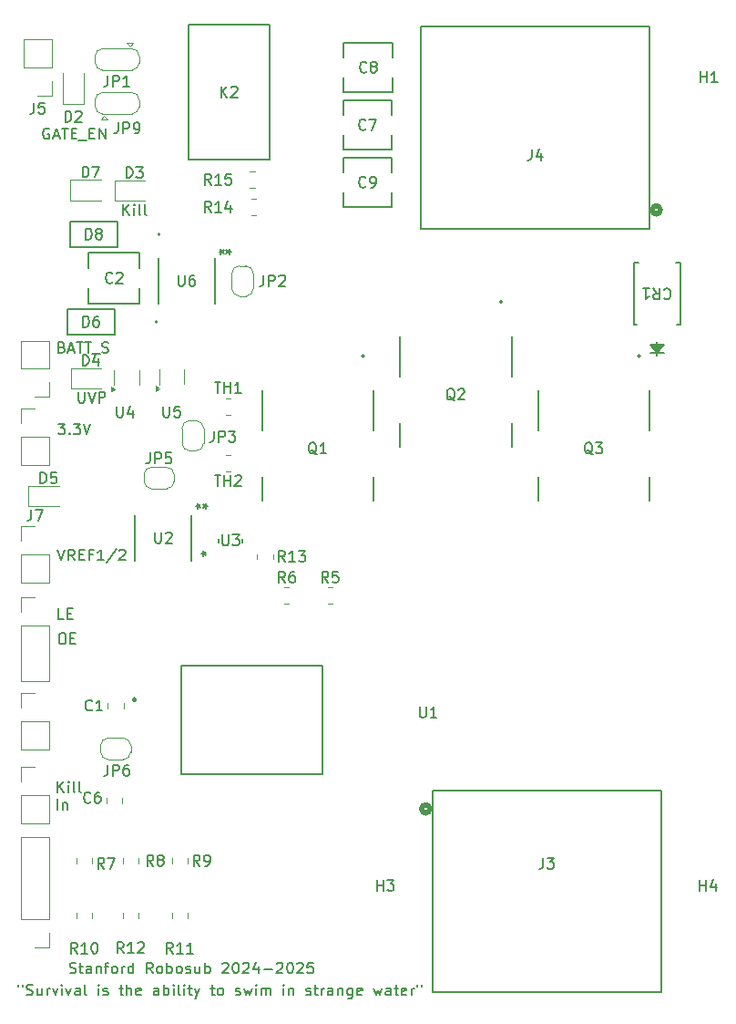
<source format=gbr>
%TF.GenerationSoftware,KiCad,Pcbnew,8.0.3*%
%TF.CreationDate,2024-11-15T02:09:21-08:00*%
%TF.ProjectId,Power_Management,506f7765-725f-44d6-916e-6167656d656e,rev?*%
%TF.SameCoordinates,Original*%
%TF.FileFunction,Legend,Top*%
%TF.FilePolarity,Positive*%
%FSLAX46Y46*%
G04 Gerber Fmt 4.6, Leading zero omitted, Abs format (unit mm)*
G04 Created by KiCad (PCBNEW 8.0.3) date 2024-11-15 02:09:21*
%MOMM*%
%LPD*%
G01*
G04 APERTURE LIST*
%ADD10C,0.150000*%
%ADD11C,0.120000*%
%ADD12C,0.152400*%
%ADD13C,0.508000*%
%ADD14C,0.250000*%
G04 APERTURE END LIST*
D10*
X151622360Y-181648219D02*
X151622360Y-181838695D01*
X152003312Y-181648219D02*
X152003312Y-181838695D01*
X152384265Y-182600600D02*
X152527122Y-182648219D01*
X152527122Y-182648219D02*
X152765217Y-182648219D01*
X152765217Y-182648219D02*
X152860455Y-182600600D01*
X152860455Y-182600600D02*
X152908074Y-182552980D01*
X152908074Y-182552980D02*
X152955693Y-182457742D01*
X152955693Y-182457742D02*
X152955693Y-182362504D01*
X152955693Y-182362504D02*
X152908074Y-182267266D01*
X152908074Y-182267266D02*
X152860455Y-182219647D01*
X152860455Y-182219647D02*
X152765217Y-182172028D01*
X152765217Y-182172028D02*
X152574741Y-182124409D01*
X152574741Y-182124409D02*
X152479503Y-182076790D01*
X152479503Y-182076790D02*
X152431884Y-182029171D01*
X152431884Y-182029171D02*
X152384265Y-181933933D01*
X152384265Y-181933933D02*
X152384265Y-181838695D01*
X152384265Y-181838695D02*
X152431884Y-181743457D01*
X152431884Y-181743457D02*
X152479503Y-181695838D01*
X152479503Y-181695838D02*
X152574741Y-181648219D01*
X152574741Y-181648219D02*
X152812836Y-181648219D01*
X152812836Y-181648219D02*
X152955693Y-181695838D01*
X153812836Y-181981552D02*
X153812836Y-182648219D01*
X153384265Y-181981552D02*
X153384265Y-182505361D01*
X153384265Y-182505361D02*
X153431884Y-182600600D01*
X153431884Y-182600600D02*
X153527122Y-182648219D01*
X153527122Y-182648219D02*
X153669979Y-182648219D01*
X153669979Y-182648219D02*
X153765217Y-182600600D01*
X153765217Y-182600600D02*
X153812836Y-182552980D01*
X154289027Y-182648219D02*
X154289027Y-181981552D01*
X154289027Y-182172028D02*
X154336646Y-182076790D01*
X154336646Y-182076790D02*
X154384265Y-182029171D01*
X154384265Y-182029171D02*
X154479503Y-181981552D01*
X154479503Y-181981552D02*
X154574741Y-181981552D01*
X154812837Y-181981552D02*
X155050932Y-182648219D01*
X155050932Y-182648219D02*
X155289027Y-181981552D01*
X155669980Y-182648219D02*
X155669980Y-181981552D01*
X155669980Y-181648219D02*
X155622361Y-181695838D01*
X155622361Y-181695838D02*
X155669980Y-181743457D01*
X155669980Y-181743457D02*
X155717599Y-181695838D01*
X155717599Y-181695838D02*
X155669980Y-181648219D01*
X155669980Y-181648219D02*
X155669980Y-181743457D01*
X156050932Y-181981552D02*
X156289027Y-182648219D01*
X156289027Y-182648219D02*
X156527122Y-181981552D01*
X157336646Y-182648219D02*
X157336646Y-182124409D01*
X157336646Y-182124409D02*
X157289027Y-182029171D01*
X157289027Y-182029171D02*
X157193789Y-181981552D01*
X157193789Y-181981552D02*
X157003313Y-181981552D01*
X157003313Y-181981552D02*
X156908075Y-182029171D01*
X157336646Y-182600600D02*
X157241408Y-182648219D01*
X157241408Y-182648219D02*
X157003313Y-182648219D01*
X157003313Y-182648219D02*
X156908075Y-182600600D01*
X156908075Y-182600600D02*
X156860456Y-182505361D01*
X156860456Y-182505361D02*
X156860456Y-182410123D01*
X156860456Y-182410123D02*
X156908075Y-182314885D01*
X156908075Y-182314885D02*
X157003313Y-182267266D01*
X157003313Y-182267266D02*
X157241408Y-182267266D01*
X157241408Y-182267266D02*
X157336646Y-182219647D01*
X157955694Y-182648219D02*
X157860456Y-182600600D01*
X157860456Y-182600600D02*
X157812837Y-182505361D01*
X157812837Y-182505361D02*
X157812837Y-181648219D01*
X159098552Y-182648219D02*
X159098552Y-181981552D01*
X159098552Y-181648219D02*
X159050933Y-181695838D01*
X159050933Y-181695838D02*
X159098552Y-181743457D01*
X159098552Y-181743457D02*
X159146171Y-181695838D01*
X159146171Y-181695838D02*
X159098552Y-181648219D01*
X159098552Y-181648219D02*
X159098552Y-181743457D01*
X159527123Y-182600600D02*
X159622361Y-182648219D01*
X159622361Y-182648219D02*
X159812837Y-182648219D01*
X159812837Y-182648219D02*
X159908075Y-182600600D01*
X159908075Y-182600600D02*
X159955694Y-182505361D01*
X159955694Y-182505361D02*
X159955694Y-182457742D01*
X159955694Y-182457742D02*
X159908075Y-182362504D01*
X159908075Y-182362504D02*
X159812837Y-182314885D01*
X159812837Y-182314885D02*
X159669980Y-182314885D01*
X159669980Y-182314885D02*
X159574742Y-182267266D01*
X159574742Y-182267266D02*
X159527123Y-182172028D01*
X159527123Y-182172028D02*
X159527123Y-182124409D01*
X159527123Y-182124409D02*
X159574742Y-182029171D01*
X159574742Y-182029171D02*
X159669980Y-181981552D01*
X159669980Y-181981552D02*
X159812837Y-181981552D01*
X159812837Y-181981552D02*
X159908075Y-182029171D01*
X161003314Y-181981552D02*
X161384266Y-181981552D01*
X161146171Y-181648219D02*
X161146171Y-182505361D01*
X161146171Y-182505361D02*
X161193790Y-182600600D01*
X161193790Y-182600600D02*
X161289028Y-182648219D01*
X161289028Y-182648219D02*
X161384266Y-182648219D01*
X161717600Y-182648219D02*
X161717600Y-181648219D01*
X162146171Y-182648219D02*
X162146171Y-182124409D01*
X162146171Y-182124409D02*
X162098552Y-182029171D01*
X162098552Y-182029171D02*
X162003314Y-181981552D01*
X162003314Y-181981552D02*
X161860457Y-181981552D01*
X161860457Y-181981552D02*
X161765219Y-182029171D01*
X161765219Y-182029171D02*
X161717600Y-182076790D01*
X163003314Y-182600600D02*
X162908076Y-182648219D01*
X162908076Y-182648219D02*
X162717600Y-182648219D01*
X162717600Y-182648219D02*
X162622362Y-182600600D01*
X162622362Y-182600600D02*
X162574743Y-182505361D01*
X162574743Y-182505361D02*
X162574743Y-182124409D01*
X162574743Y-182124409D02*
X162622362Y-182029171D01*
X162622362Y-182029171D02*
X162717600Y-181981552D01*
X162717600Y-181981552D02*
X162908076Y-181981552D01*
X162908076Y-181981552D02*
X163003314Y-182029171D01*
X163003314Y-182029171D02*
X163050933Y-182124409D01*
X163050933Y-182124409D02*
X163050933Y-182219647D01*
X163050933Y-182219647D02*
X162574743Y-182314885D01*
X164669981Y-182648219D02*
X164669981Y-182124409D01*
X164669981Y-182124409D02*
X164622362Y-182029171D01*
X164622362Y-182029171D02*
X164527124Y-181981552D01*
X164527124Y-181981552D02*
X164336648Y-181981552D01*
X164336648Y-181981552D02*
X164241410Y-182029171D01*
X164669981Y-182600600D02*
X164574743Y-182648219D01*
X164574743Y-182648219D02*
X164336648Y-182648219D01*
X164336648Y-182648219D02*
X164241410Y-182600600D01*
X164241410Y-182600600D02*
X164193791Y-182505361D01*
X164193791Y-182505361D02*
X164193791Y-182410123D01*
X164193791Y-182410123D02*
X164241410Y-182314885D01*
X164241410Y-182314885D02*
X164336648Y-182267266D01*
X164336648Y-182267266D02*
X164574743Y-182267266D01*
X164574743Y-182267266D02*
X164669981Y-182219647D01*
X165146172Y-182648219D02*
X165146172Y-181648219D01*
X165146172Y-182029171D02*
X165241410Y-181981552D01*
X165241410Y-181981552D02*
X165431886Y-181981552D01*
X165431886Y-181981552D02*
X165527124Y-182029171D01*
X165527124Y-182029171D02*
X165574743Y-182076790D01*
X165574743Y-182076790D02*
X165622362Y-182172028D01*
X165622362Y-182172028D02*
X165622362Y-182457742D01*
X165622362Y-182457742D02*
X165574743Y-182552980D01*
X165574743Y-182552980D02*
X165527124Y-182600600D01*
X165527124Y-182600600D02*
X165431886Y-182648219D01*
X165431886Y-182648219D02*
X165241410Y-182648219D01*
X165241410Y-182648219D02*
X165146172Y-182600600D01*
X166050934Y-182648219D02*
X166050934Y-181981552D01*
X166050934Y-181648219D02*
X166003315Y-181695838D01*
X166003315Y-181695838D02*
X166050934Y-181743457D01*
X166050934Y-181743457D02*
X166098553Y-181695838D01*
X166098553Y-181695838D02*
X166050934Y-181648219D01*
X166050934Y-181648219D02*
X166050934Y-181743457D01*
X166669981Y-182648219D02*
X166574743Y-182600600D01*
X166574743Y-182600600D02*
X166527124Y-182505361D01*
X166527124Y-182505361D02*
X166527124Y-181648219D01*
X167050934Y-182648219D02*
X167050934Y-181981552D01*
X167050934Y-181648219D02*
X167003315Y-181695838D01*
X167003315Y-181695838D02*
X167050934Y-181743457D01*
X167050934Y-181743457D02*
X167098553Y-181695838D01*
X167098553Y-181695838D02*
X167050934Y-181648219D01*
X167050934Y-181648219D02*
X167050934Y-181743457D01*
X167384267Y-181981552D02*
X167765219Y-181981552D01*
X167527124Y-181648219D02*
X167527124Y-182505361D01*
X167527124Y-182505361D02*
X167574743Y-182600600D01*
X167574743Y-182600600D02*
X167669981Y-182648219D01*
X167669981Y-182648219D02*
X167765219Y-182648219D01*
X168003315Y-181981552D02*
X168241410Y-182648219D01*
X168479505Y-181981552D02*
X168241410Y-182648219D01*
X168241410Y-182648219D02*
X168146172Y-182886314D01*
X168146172Y-182886314D02*
X168098553Y-182933933D01*
X168098553Y-182933933D02*
X168003315Y-182981552D01*
X169479506Y-181981552D02*
X169860458Y-181981552D01*
X169622363Y-181648219D02*
X169622363Y-182505361D01*
X169622363Y-182505361D02*
X169669982Y-182600600D01*
X169669982Y-182600600D02*
X169765220Y-182648219D01*
X169765220Y-182648219D02*
X169860458Y-182648219D01*
X170336649Y-182648219D02*
X170241411Y-182600600D01*
X170241411Y-182600600D02*
X170193792Y-182552980D01*
X170193792Y-182552980D02*
X170146173Y-182457742D01*
X170146173Y-182457742D02*
X170146173Y-182172028D01*
X170146173Y-182172028D02*
X170193792Y-182076790D01*
X170193792Y-182076790D02*
X170241411Y-182029171D01*
X170241411Y-182029171D02*
X170336649Y-181981552D01*
X170336649Y-181981552D02*
X170479506Y-181981552D01*
X170479506Y-181981552D02*
X170574744Y-182029171D01*
X170574744Y-182029171D02*
X170622363Y-182076790D01*
X170622363Y-182076790D02*
X170669982Y-182172028D01*
X170669982Y-182172028D02*
X170669982Y-182457742D01*
X170669982Y-182457742D02*
X170622363Y-182552980D01*
X170622363Y-182552980D02*
X170574744Y-182600600D01*
X170574744Y-182600600D02*
X170479506Y-182648219D01*
X170479506Y-182648219D02*
X170336649Y-182648219D01*
X171812840Y-182600600D02*
X171908078Y-182648219D01*
X171908078Y-182648219D02*
X172098554Y-182648219D01*
X172098554Y-182648219D02*
X172193792Y-182600600D01*
X172193792Y-182600600D02*
X172241411Y-182505361D01*
X172241411Y-182505361D02*
X172241411Y-182457742D01*
X172241411Y-182457742D02*
X172193792Y-182362504D01*
X172193792Y-182362504D02*
X172098554Y-182314885D01*
X172098554Y-182314885D02*
X171955697Y-182314885D01*
X171955697Y-182314885D02*
X171860459Y-182267266D01*
X171860459Y-182267266D02*
X171812840Y-182172028D01*
X171812840Y-182172028D02*
X171812840Y-182124409D01*
X171812840Y-182124409D02*
X171860459Y-182029171D01*
X171860459Y-182029171D02*
X171955697Y-181981552D01*
X171955697Y-181981552D02*
X172098554Y-181981552D01*
X172098554Y-181981552D02*
X172193792Y-182029171D01*
X172574745Y-181981552D02*
X172765221Y-182648219D01*
X172765221Y-182648219D02*
X172955697Y-182172028D01*
X172955697Y-182172028D02*
X173146173Y-182648219D01*
X173146173Y-182648219D02*
X173336649Y-181981552D01*
X173717602Y-182648219D02*
X173717602Y-181981552D01*
X173717602Y-181648219D02*
X173669983Y-181695838D01*
X173669983Y-181695838D02*
X173717602Y-181743457D01*
X173717602Y-181743457D02*
X173765221Y-181695838D01*
X173765221Y-181695838D02*
X173717602Y-181648219D01*
X173717602Y-181648219D02*
X173717602Y-181743457D01*
X174193792Y-182648219D02*
X174193792Y-181981552D01*
X174193792Y-182076790D02*
X174241411Y-182029171D01*
X174241411Y-182029171D02*
X174336649Y-181981552D01*
X174336649Y-181981552D02*
X174479506Y-181981552D01*
X174479506Y-181981552D02*
X174574744Y-182029171D01*
X174574744Y-182029171D02*
X174622363Y-182124409D01*
X174622363Y-182124409D02*
X174622363Y-182648219D01*
X174622363Y-182124409D02*
X174669982Y-182029171D01*
X174669982Y-182029171D02*
X174765220Y-181981552D01*
X174765220Y-181981552D02*
X174908077Y-181981552D01*
X174908077Y-181981552D02*
X175003316Y-182029171D01*
X175003316Y-182029171D02*
X175050935Y-182124409D01*
X175050935Y-182124409D02*
X175050935Y-182648219D01*
X176289030Y-182648219D02*
X176289030Y-181981552D01*
X176289030Y-181648219D02*
X176241411Y-181695838D01*
X176241411Y-181695838D02*
X176289030Y-181743457D01*
X176289030Y-181743457D02*
X176336649Y-181695838D01*
X176336649Y-181695838D02*
X176289030Y-181648219D01*
X176289030Y-181648219D02*
X176289030Y-181743457D01*
X176765220Y-181981552D02*
X176765220Y-182648219D01*
X176765220Y-182076790D02*
X176812839Y-182029171D01*
X176812839Y-182029171D02*
X176908077Y-181981552D01*
X176908077Y-181981552D02*
X177050934Y-181981552D01*
X177050934Y-181981552D02*
X177146172Y-182029171D01*
X177146172Y-182029171D02*
X177193791Y-182124409D01*
X177193791Y-182124409D02*
X177193791Y-182648219D01*
X178384268Y-182600600D02*
X178479506Y-182648219D01*
X178479506Y-182648219D02*
X178669982Y-182648219D01*
X178669982Y-182648219D02*
X178765220Y-182600600D01*
X178765220Y-182600600D02*
X178812839Y-182505361D01*
X178812839Y-182505361D02*
X178812839Y-182457742D01*
X178812839Y-182457742D02*
X178765220Y-182362504D01*
X178765220Y-182362504D02*
X178669982Y-182314885D01*
X178669982Y-182314885D02*
X178527125Y-182314885D01*
X178527125Y-182314885D02*
X178431887Y-182267266D01*
X178431887Y-182267266D02*
X178384268Y-182172028D01*
X178384268Y-182172028D02*
X178384268Y-182124409D01*
X178384268Y-182124409D02*
X178431887Y-182029171D01*
X178431887Y-182029171D02*
X178527125Y-181981552D01*
X178527125Y-181981552D02*
X178669982Y-181981552D01*
X178669982Y-181981552D02*
X178765220Y-182029171D01*
X179098554Y-181981552D02*
X179479506Y-181981552D01*
X179241411Y-181648219D02*
X179241411Y-182505361D01*
X179241411Y-182505361D02*
X179289030Y-182600600D01*
X179289030Y-182600600D02*
X179384268Y-182648219D01*
X179384268Y-182648219D02*
X179479506Y-182648219D01*
X179812840Y-182648219D02*
X179812840Y-181981552D01*
X179812840Y-182172028D02*
X179860459Y-182076790D01*
X179860459Y-182076790D02*
X179908078Y-182029171D01*
X179908078Y-182029171D02*
X180003316Y-181981552D01*
X180003316Y-181981552D02*
X180098554Y-181981552D01*
X180860459Y-182648219D02*
X180860459Y-182124409D01*
X180860459Y-182124409D02*
X180812840Y-182029171D01*
X180812840Y-182029171D02*
X180717602Y-181981552D01*
X180717602Y-181981552D02*
X180527126Y-181981552D01*
X180527126Y-181981552D02*
X180431888Y-182029171D01*
X180860459Y-182600600D02*
X180765221Y-182648219D01*
X180765221Y-182648219D02*
X180527126Y-182648219D01*
X180527126Y-182648219D02*
X180431888Y-182600600D01*
X180431888Y-182600600D02*
X180384269Y-182505361D01*
X180384269Y-182505361D02*
X180384269Y-182410123D01*
X180384269Y-182410123D02*
X180431888Y-182314885D01*
X180431888Y-182314885D02*
X180527126Y-182267266D01*
X180527126Y-182267266D02*
X180765221Y-182267266D01*
X180765221Y-182267266D02*
X180860459Y-182219647D01*
X181336650Y-181981552D02*
X181336650Y-182648219D01*
X181336650Y-182076790D02*
X181384269Y-182029171D01*
X181384269Y-182029171D02*
X181479507Y-181981552D01*
X181479507Y-181981552D02*
X181622364Y-181981552D01*
X181622364Y-181981552D02*
X181717602Y-182029171D01*
X181717602Y-182029171D02*
X181765221Y-182124409D01*
X181765221Y-182124409D02*
X181765221Y-182648219D01*
X182669983Y-181981552D02*
X182669983Y-182791076D01*
X182669983Y-182791076D02*
X182622364Y-182886314D01*
X182622364Y-182886314D02*
X182574745Y-182933933D01*
X182574745Y-182933933D02*
X182479507Y-182981552D01*
X182479507Y-182981552D02*
X182336650Y-182981552D01*
X182336650Y-182981552D02*
X182241412Y-182933933D01*
X182669983Y-182600600D02*
X182574745Y-182648219D01*
X182574745Y-182648219D02*
X182384269Y-182648219D01*
X182384269Y-182648219D02*
X182289031Y-182600600D01*
X182289031Y-182600600D02*
X182241412Y-182552980D01*
X182241412Y-182552980D02*
X182193793Y-182457742D01*
X182193793Y-182457742D02*
X182193793Y-182172028D01*
X182193793Y-182172028D02*
X182241412Y-182076790D01*
X182241412Y-182076790D02*
X182289031Y-182029171D01*
X182289031Y-182029171D02*
X182384269Y-181981552D01*
X182384269Y-181981552D02*
X182574745Y-181981552D01*
X182574745Y-181981552D02*
X182669983Y-182029171D01*
X183527126Y-182600600D02*
X183431888Y-182648219D01*
X183431888Y-182648219D02*
X183241412Y-182648219D01*
X183241412Y-182648219D02*
X183146174Y-182600600D01*
X183146174Y-182600600D02*
X183098555Y-182505361D01*
X183098555Y-182505361D02*
X183098555Y-182124409D01*
X183098555Y-182124409D02*
X183146174Y-182029171D01*
X183146174Y-182029171D02*
X183241412Y-181981552D01*
X183241412Y-181981552D02*
X183431888Y-181981552D01*
X183431888Y-181981552D02*
X183527126Y-182029171D01*
X183527126Y-182029171D02*
X183574745Y-182124409D01*
X183574745Y-182124409D02*
X183574745Y-182219647D01*
X183574745Y-182219647D02*
X183098555Y-182314885D01*
X184669984Y-181981552D02*
X184860460Y-182648219D01*
X184860460Y-182648219D02*
X185050936Y-182172028D01*
X185050936Y-182172028D02*
X185241412Y-182648219D01*
X185241412Y-182648219D02*
X185431888Y-181981552D01*
X186241412Y-182648219D02*
X186241412Y-182124409D01*
X186241412Y-182124409D02*
X186193793Y-182029171D01*
X186193793Y-182029171D02*
X186098555Y-181981552D01*
X186098555Y-181981552D02*
X185908079Y-181981552D01*
X185908079Y-181981552D02*
X185812841Y-182029171D01*
X186241412Y-182600600D02*
X186146174Y-182648219D01*
X186146174Y-182648219D02*
X185908079Y-182648219D01*
X185908079Y-182648219D02*
X185812841Y-182600600D01*
X185812841Y-182600600D02*
X185765222Y-182505361D01*
X185765222Y-182505361D02*
X185765222Y-182410123D01*
X185765222Y-182410123D02*
X185812841Y-182314885D01*
X185812841Y-182314885D02*
X185908079Y-182267266D01*
X185908079Y-182267266D02*
X186146174Y-182267266D01*
X186146174Y-182267266D02*
X186241412Y-182219647D01*
X186574746Y-181981552D02*
X186955698Y-181981552D01*
X186717603Y-181648219D02*
X186717603Y-182505361D01*
X186717603Y-182505361D02*
X186765222Y-182600600D01*
X186765222Y-182600600D02*
X186860460Y-182648219D01*
X186860460Y-182648219D02*
X186955698Y-182648219D01*
X187669984Y-182600600D02*
X187574746Y-182648219D01*
X187574746Y-182648219D02*
X187384270Y-182648219D01*
X187384270Y-182648219D02*
X187289032Y-182600600D01*
X187289032Y-182600600D02*
X187241413Y-182505361D01*
X187241413Y-182505361D02*
X187241413Y-182124409D01*
X187241413Y-182124409D02*
X187289032Y-182029171D01*
X187289032Y-182029171D02*
X187384270Y-181981552D01*
X187384270Y-181981552D02*
X187574746Y-181981552D01*
X187574746Y-181981552D02*
X187669984Y-182029171D01*
X187669984Y-182029171D02*
X187717603Y-182124409D01*
X187717603Y-182124409D02*
X187717603Y-182219647D01*
X187717603Y-182219647D02*
X187241413Y-182314885D01*
X188146175Y-182648219D02*
X188146175Y-181981552D01*
X188146175Y-182172028D02*
X188193794Y-182076790D01*
X188193794Y-182076790D02*
X188241413Y-182029171D01*
X188241413Y-182029171D02*
X188336651Y-181981552D01*
X188336651Y-181981552D02*
X188431889Y-181981552D01*
X188717604Y-181648219D02*
X188717604Y-181838695D01*
X189098556Y-181648219D02*
X189098556Y-181838695D01*
X155854569Y-147748619D02*
X155378379Y-147748619D01*
X155378379Y-147748619D02*
X155378379Y-146748619D01*
X156187903Y-147224809D02*
X156521236Y-147224809D01*
X156664093Y-147748619D02*
X156187903Y-147748619D01*
X156187903Y-147748619D02*
X156187903Y-146748619D01*
X156187903Y-146748619D02*
X156664093Y-146748619D01*
X155619655Y-149034619D02*
X155810131Y-149034619D01*
X155810131Y-149034619D02*
X155905369Y-149082238D01*
X155905369Y-149082238D02*
X156000607Y-149177476D01*
X156000607Y-149177476D02*
X156048226Y-149367952D01*
X156048226Y-149367952D02*
X156048226Y-149701285D01*
X156048226Y-149701285D02*
X156000607Y-149891761D01*
X156000607Y-149891761D02*
X155905369Y-149987000D01*
X155905369Y-149987000D02*
X155810131Y-150034619D01*
X155810131Y-150034619D02*
X155619655Y-150034619D01*
X155619655Y-150034619D02*
X155524417Y-149987000D01*
X155524417Y-149987000D02*
X155429179Y-149891761D01*
X155429179Y-149891761D02*
X155381560Y-149701285D01*
X155381560Y-149701285D02*
X155381560Y-149367952D01*
X155381560Y-149367952D02*
X155429179Y-149177476D01*
X155429179Y-149177476D02*
X155524417Y-149082238D01*
X155524417Y-149082238D02*
X155619655Y-149034619D01*
X156476798Y-149510809D02*
X156810131Y-149510809D01*
X156952988Y-150034619D02*
X156476798Y-150034619D01*
X156476798Y-150034619D02*
X156476798Y-149034619D01*
X156476798Y-149034619D02*
X156952988Y-149034619D01*
X155660912Y-122485209D02*
X155803769Y-122532828D01*
X155803769Y-122532828D02*
X155851388Y-122580447D01*
X155851388Y-122580447D02*
X155899007Y-122675685D01*
X155899007Y-122675685D02*
X155899007Y-122818542D01*
X155899007Y-122818542D02*
X155851388Y-122913780D01*
X155851388Y-122913780D02*
X155803769Y-122961400D01*
X155803769Y-122961400D02*
X155708531Y-123009019D01*
X155708531Y-123009019D02*
X155327579Y-123009019D01*
X155327579Y-123009019D02*
X155327579Y-122009019D01*
X155327579Y-122009019D02*
X155660912Y-122009019D01*
X155660912Y-122009019D02*
X155756150Y-122056638D01*
X155756150Y-122056638D02*
X155803769Y-122104257D01*
X155803769Y-122104257D02*
X155851388Y-122199495D01*
X155851388Y-122199495D02*
X155851388Y-122294733D01*
X155851388Y-122294733D02*
X155803769Y-122389971D01*
X155803769Y-122389971D02*
X155756150Y-122437590D01*
X155756150Y-122437590D02*
X155660912Y-122485209D01*
X155660912Y-122485209D02*
X155327579Y-122485209D01*
X156279960Y-122723304D02*
X156756150Y-122723304D01*
X156184722Y-123009019D02*
X156518055Y-122009019D01*
X156518055Y-122009019D02*
X156851388Y-123009019D01*
X157041865Y-122009019D02*
X157613293Y-122009019D01*
X157327579Y-123009019D02*
X157327579Y-122009019D01*
X157803770Y-122009019D02*
X158375198Y-122009019D01*
X158089484Y-123009019D02*
X158089484Y-122009019D01*
X158470437Y-123104257D02*
X159232341Y-123104257D01*
X159422818Y-122961400D02*
X159565675Y-123009019D01*
X159565675Y-123009019D02*
X159803770Y-123009019D01*
X159803770Y-123009019D02*
X159899008Y-122961400D01*
X159899008Y-122961400D02*
X159946627Y-122913780D01*
X159946627Y-122913780D02*
X159994246Y-122818542D01*
X159994246Y-122818542D02*
X159994246Y-122723304D01*
X159994246Y-122723304D02*
X159946627Y-122628066D01*
X159946627Y-122628066D02*
X159899008Y-122580447D01*
X159899008Y-122580447D02*
X159803770Y-122532828D01*
X159803770Y-122532828D02*
X159613294Y-122485209D01*
X159613294Y-122485209D02*
X159518056Y-122437590D01*
X159518056Y-122437590D02*
X159470437Y-122389971D01*
X159470437Y-122389971D02*
X159422818Y-122294733D01*
X159422818Y-122294733D02*
X159422818Y-122199495D01*
X159422818Y-122199495D02*
X159470437Y-122104257D01*
X159470437Y-122104257D02*
X159518056Y-122056638D01*
X159518056Y-122056638D02*
X159613294Y-122009019D01*
X159613294Y-122009019D02*
X159851389Y-122009019D01*
X159851389Y-122009019D02*
X159994246Y-122056638D01*
X155286322Y-141262219D02*
X155619655Y-142262219D01*
X155619655Y-142262219D02*
X155952988Y-141262219D01*
X156857750Y-142262219D02*
X156524417Y-141786028D01*
X156286322Y-142262219D02*
X156286322Y-141262219D01*
X156286322Y-141262219D02*
X156667274Y-141262219D01*
X156667274Y-141262219D02*
X156762512Y-141309838D01*
X156762512Y-141309838D02*
X156810131Y-141357457D01*
X156810131Y-141357457D02*
X156857750Y-141452695D01*
X156857750Y-141452695D02*
X156857750Y-141595552D01*
X156857750Y-141595552D02*
X156810131Y-141690790D01*
X156810131Y-141690790D02*
X156762512Y-141738409D01*
X156762512Y-141738409D02*
X156667274Y-141786028D01*
X156667274Y-141786028D02*
X156286322Y-141786028D01*
X157286322Y-141738409D02*
X157619655Y-141738409D01*
X157762512Y-142262219D02*
X157286322Y-142262219D01*
X157286322Y-142262219D02*
X157286322Y-141262219D01*
X157286322Y-141262219D02*
X157762512Y-141262219D01*
X158524417Y-141738409D02*
X158191084Y-141738409D01*
X158191084Y-142262219D02*
X158191084Y-141262219D01*
X158191084Y-141262219D02*
X158667274Y-141262219D01*
X159572036Y-142262219D02*
X159000608Y-142262219D01*
X159286322Y-142262219D02*
X159286322Y-141262219D01*
X159286322Y-141262219D02*
X159191084Y-141405076D01*
X159191084Y-141405076D02*
X159095846Y-141500314D01*
X159095846Y-141500314D02*
X159000608Y-141547933D01*
X160714893Y-141214600D02*
X159857751Y-142500314D01*
X161000608Y-141357457D02*
X161048227Y-141309838D01*
X161048227Y-141309838D02*
X161143465Y-141262219D01*
X161143465Y-141262219D02*
X161381560Y-141262219D01*
X161381560Y-141262219D02*
X161476798Y-141309838D01*
X161476798Y-141309838D02*
X161524417Y-141357457D01*
X161524417Y-141357457D02*
X161572036Y-141452695D01*
X161572036Y-141452695D02*
X161572036Y-141547933D01*
X161572036Y-141547933D02*
X161524417Y-141690790D01*
X161524417Y-141690790D02*
X160952989Y-142262219D01*
X160952989Y-142262219D02*
X161572036Y-142262219D01*
X157207179Y-126631819D02*
X157207179Y-127441342D01*
X157207179Y-127441342D02*
X157254798Y-127536580D01*
X157254798Y-127536580D02*
X157302417Y-127584200D01*
X157302417Y-127584200D02*
X157397655Y-127631819D01*
X157397655Y-127631819D02*
X157588131Y-127631819D01*
X157588131Y-127631819D02*
X157683369Y-127584200D01*
X157683369Y-127584200D02*
X157730988Y-127536580D01*
X157730988Y-127536580D02*
X157778607Y-127441342D01*
X157778607Y-127441342D02*
X157778607Y-126631819D01*
X158111941Y-126631819D02*
X158445274Y-127631819D01*
X158445274Y-127631819D02*
X158778607Y-126631819D01*
X159111941Y-127631819D02*
X159111941Y-126631819D01*
X159111941Y-126631819D02*
X159492893Y-126631819D01*
X159492893Y-126631819D02*
X159588131Y-126679438D01*
X159588131Y-126679438D02*
X159635750Y-126727057D01*
X159635750Y-126727057D02*
X159683369Y-126822295D01*
X159683369Y-126822295D02*
X159683369Y-126965152D01*
X159683369Y-126965152D02*
X159635750Y-127060390D01*
X159635750Y-127060390D02*
X159588131Y-127108009D01*
X159588131Y-127108009D02*
X159492893Y-127155628D01*
X159492893Y-127155628D02*
X159111941Y-127155628D01*
X155333941Y-129578219D02*
X155952988Y-129578219D01*
X155952988Y-129578219D02*
X155619655Y-129959171D01*
X155619655Y-129959171D02*
X155762512Y-129959171D01*
X155762512Y-129959171D02*
X155857750Y-130006790D01*
X155857750Y-130006790D02*
X155905369Y-130054409D01*
X155905369Y-130054409D02*
X155952988Y-130149647D01*
X155952988Y-130149647D02*
X155952988Y-130387742D01*
X155952988Y-130387742D02*
X155905369Y-130482980D01*
X155905369Y-130482980D02*
X155857750Y-130530600D01*
X155857750Y-130530600D02*
X155762512Y-130578219D01*
X155762512Y-130578219D02*
X155476798Y-130578219D01*
X155476798Y-130578219D02*
X155381560Y-130530600D01*
X155381560Y-130530600D02*
X155333941Y-130482980D01*
X156381560Y-130482980D02*
X156429179Y-130530600D01*
X156429179Y-130530600D02*
X156381560Y-130578219D01*
X156381560Y-130578219D02*
X156333941Y-130530600D01*
X156333941Y-130530600D02*
X156381560Y-130482980D01*
X156381560Y-130482980D02*
X156381560Y-130578219D01*
X156762512Y-129578219D02*
X157381559Y-129578219D01*
X157381559Y-129578219D02*
X157048226Y-129959171D01*
X157048226Y-129959171D02*
X157191083Y-129959171D01*
X157191083Y-129959171D02*
X157286321Y-130006790D01*
X157286321Y-130006790D02*
X157333940Y-130054409D01*
X157333940Y-130054409D02*
X157381559Y-130149647D01*
X157381559Y-130149647D02*
X157381559Y-130387742D01*
X157381559Y-130387742D02*
X157333940Y-130482980D01*
X157333940Y-130482980D02*
X157286321Y-130530600D01*
X157286321Y-130530600D02*
X157191083Y-130578219D01*
X157191083Y-130578219D02*
X156905369Y-130578219D01*
X156905369Y-130578219D02*
X156810131Y-130530600D01*
X156810131Y-130530600D02*
X156762512Y-130482980D01*
X157667274Y-129578219D02*
X158000607Y-130578219D01*
X158000607Y-130578219D02*
X158333940Y-129578219D01*
X154479788Y-102193838D02*
X154384550Y-102146219D01*
X154384550Y-102146219D02*
X154241693Y-102146219D01*
X154241693Y-102146219D02*
X154098836Y-102193838D01*
X154098836Y-102193838D02*
X154003598Y-102289076D01*
X154003598Y-102289076D02*
X153955979Y-102384314D01*
X153955979Y-102384314D02*
X153908360Y-102574790D01*
X153908360Y-102574790D02*
X153908360Y-102717647D01*
X153908360Y-102717647D02*
X153955979Y-102908123D01*
X153955979Y-102908123D02*
X154003598Y-103003361D01*
X154003598Y-103003361D02*
X154098836Y-103098600D01*
X154098836Y-103098600D02*
X154241693Y-103146219D01*
X154241693Y-103146219D02*
X154336931Y-103146219D01*
X154336931Y-103146219D02*
X154479788Y-103098600D01*
X154479788Y-103098600D02*
X154527407Y-103050980D01*
X154527407Y-103050980D02*
X154527407Y-102717647D01*
X154527407Y-102717647D02*
X154336931Y-102717647D01*
X154908360Y-102860504D02*
X155384550Y-102860504D01*
X154813122Y-103146219D02*
X155146455Y-102146219D01*
X155146455Y-102146219D02*
X155479788Y-103146219D01*
X155670265Y-102146219D02*
X156241693Y-102146219D01*
X155955979Y-103146219D02*
X155955979Y-102146219D01*
X156575027Y-102622409D02*
X156908360Y-102622409D01*
X157051217Y-103146219D02*
X156575027Y-103146219D01*
X156575027Y-103146219D02*
X156575027Y-102146219D01*
X156575027Y-102146219D02*
X157051217Y-102146219D01*
X157241694Y-103241457D02*
X158003598Y-103241457D01*
X158241694Y-102622409D02*
X158575027Y-102622409D01*
X158717884Y-103146219D02*
X158241694Y-103146219D01*
X158241694Y-103146219D02*
X158241694Y-102146219D01*
X158241694Y-102146219D02*
X158717884Y-102146219D01*
X159146456Y-103146219D02*
X159146456Y-102146219D01*
X159146456Y-102146219D02*
X159717884Y-103146219D01*
X159717884Y-103146219D02*
X159717884Y-102146219D01*
X155276779Y-163817075D02*
X155276779Y-162817075D01*
X155848207Y-163817075D02*
X155419636Y-163245646D01*
X155848207Y-162817075D02*
X155276779Y-163388503D01*
X156276779Y-163817075D02*
X156276779Y-163150408D01*
X156276779Y-162817075D02*
X156229160Y-162864694D01*
X156229160Y-162864694D02*
X156276779Y-162912313D01*
X156276779Y-162912313D02*
X156324398Y-162864694D01*
X156324398Y-162864694D02*
X156276779Y-162817075D01*
X156276779Y-162817075D02*
X156276779Y-162912313D01*
X156895826Y-163817075D02*
X156800588Y-163769456D01*
X156800588Y-163769456D02*
X156752969Y-163674217D01*
X156752969Y-163674217D02*
X156752969Y-162817075D01*
X157419636Y-163817075D02*
X157324398Y-163769456D01*
X157324398Y-163769456D02*
X157276779Y-163674217D01*
X157276779Y-163674217D02*
X157276779Y-162817075D01*
X155276779Y-165427019D02*
X155276779Y-164427019D01*
X155752969Y-164760352D02*
X155752969Y-165427019D01*
X155752969Y-164855590D02*
X155800588Y-164807971D01*
X155800588Y-164807971D02*
X155895826Y-164760352D01*
X155895826Y-164760352D02*
X156038683Y-164760352D01*
X156038683Y-164760352D02*
X156133921Y-164807971D01*
X156133921Y-164807971D02*
X156181540Y-164903209D01*
X156181540Y-164903209D02*
X156181540Y-165427019D01*
X161372779Y-110207419D02*
X161372779Y-109207419D01*
X161944207Y-110207419D02*
X161515636Y-109635990D01*
X161944207Y-109207419D02*
X161372779Y-109778847D01*
X162372779Y-110207419D02*
X162372779Y-109540752D01*
X162372779Y-109207419D02*
X162325160Y-109255038D01*
X162325160Y-109255038D02*
X162372779Y-109302657D01*
X162372779Y-109302657D02*
X162420398Y-109255038D01*
X162420398Y-109255038D02*
X162372779Y-109207419D01*
X162372779Y-109207419D02*
X162372779Y-109302657D01*
X162991826Y-110207419D02*
X162896588Y-110159800D01*
X162896588Y-110159800D02*
X162848969Y-110064561D01*
X162848969Y-110064561D02*
X162848969Y-109207419D01*
X163515636Y-110207419D02*
X163420398Y-110159800D01*
X163420398Y-110159800D02*
X163372779Y-110064561D01*
X163372779Y-110064561D02*
X163372779Y-109207419D01*
X156397560Y-180568600D02*
X156540417Y-180616219D01*
X156540417Y-180616219D02*
X156778512Y-180616219D01*
X156778512Y-180616219D02*
X156873750Y-180568600D01*
X156873750Y-180568600D02*
X156921369Y-180520980D01*
X156921369Y-180520980D02*
X156968988Y-180425742D01*
X156968988Y-180425742D02*
X156968988Y-180330504D01*
X156968988Y-180330504D02*
X156921369Y-180235266D01*
X156921369Y-180235266D02*
X156873750Y-180187647D01*
X156873750Y-180187647D02*
X156778512Y-180140028D01*
X156778512Y-180140028D02*
X156588036Y-180092409D01*
X156588036Y-180092409D02*
X156492798Y-180044790D01*
X156492798Y-180044790D02*
X156445179Y-179997171D01*
X156445179Y-179997171D02*
X156397560Y-179901933D01*
X156397560Y-179901933D02*
X156397560Y-179806695D01*
X156397560Y-179806695D02*
X156445179Y-179711457D01*
X156445179Y-179711457D02*
X156492798Y-179663838D01*
X156492798Y-179663838D02*
X156588036Y-179616219D01*
X156588036Y-179616219D02*
X156826131Y-179616219D01*
X156826131Y-179616219D02*
X156968988Y-179663838D01*
X157254703Y-179949552D02*
X157635655Y-179949552D01*
X157397560Y-179616219D02*
X157397560Y-180473361D01*
X157397560Y-180473361D02*
X157445179Y-180568600D01*
X157445179Y-180568600D02*
X157540417Y-180616219D01*
X157540417Y-180616219D02*
X157635655Y-180616219D01*
X158397560Y-180616219D02*
X158397560Y-180092409D01*
X158397560Y-180092409D02*
X158349941Y-179997171D01*
X158349941Y-179997171D02*
X158254703Y-179949552D01*
X158254703Y-179949552D02*
X158064227Y-179949552D01*
X158064227Y-179949552D02*
X157968989Y-179997171D01*
X158397560Y-180568600D02*
X158302322Y-180616219D01*
X158302322Y-180616219D02*
X158064227Y-180616219D01*
X158064227Y-180616219D02*
X157968989Y-180568600D01*
X157968989Y-180568600D02*
X157921370Y-180473361D01*
X157921370Y-180473361D02*
X157921370Y-180378123D01*
X157921370Y-180378123D02*
X157968989Y-180282885D01*
X157968989Y-180282885D02*
X158064227Y-180235266D01*
X158064227Y-180235266D02*
X158302322Y-180235266D01*
X158302322Y-180235266D02*
X158397560Y-180187647D01*
X158873751Y-179949552D02*
X158873751Y-180616219D01*
X158873751Y-180044790D02*
X158921370Y-179997171D01*
X158921370Y-179997171D02*
X159016608Y-179949552D01*
X159016608Y-179949552D02*
X159159465Y-179949552D01*
X159159465Y-179949552D02*
X159254703Y-179997171D01*
X159254703Y-179997171D02*
X159302322Y-180092409D01*
X159302322Y-180092409D02*
X159302322Y-180616219D01*
X159635656Y-179949552D02*
X160016608Y-179949552D01*
X159778513Y-180616219D02*
X159778513Y-179759076D01*
X159778513Y-179759076D02*
X159826132Y-179663838D01*
X159826132Y-179663838D02*
X159921370Y-179616219D01*
X159921370Y-179616219D02*
X160016608Y-179616219D01*
X160492799Y-180616219D02*
X160397561Y-180568600D01*
X160397561Y-180568600D02*
X160349942Y-180520980D01*
X160349942Y-180520980D02*
X160302323Y-180425742D01*
X160302323Y-180425742D02*
X160302323Y-180140028D01*
X160302323Y-180140028D02*
X160349942Y-180044790D01*
X160349942Y-180044790D02*
X160397561Y-179997171D01*
X160397561Y-179997171D02*
X160492799Y-179949552D01*
X160492799Y-179949552D02*
X160635656Y-179949552D01*
X160635656Y-179949552D02*
X160730894Y-179997171D01*
X160730894Y-179997171D02*
X160778513Y-180044790D01*
X160778513Y-180044790D02*
X160826132Y-180140028D01*
X160826132Y-180140028D02*
X160826132Y-180425742D01*
X160826132Y-180425742D02*
X160778513Y-180520980D01*
X160778513Y-180520980D02*
X160730894Y-180568600D01*
X160730894Y-180568600D02*
X160635656Y-180616219D01*
X160635656Y-180616219D02*
X160492799Y-180616219D01*
X161254704Y-180616219D02*
X161254704Y-179949552D01*
X161254704Y-180140028D02*
X161302323Y-180044790D01*
X161302323Y-180044790D02*
X161349942Y-179997171D01*
X161349942Y-179997171D02*
X161445180Y-179949552D01*
X161445180Y-179949552D02*
X161540418Y-179949552D01*
X162302323Y-180616219D02*
X162302323Y-179616219D01*
X162302323Y-180568600D02*
X162207085Y-180616219D01*
X162207085Y-180616219D02*
X162016609Y-180616219D01*
X162016609Y-180616219D02*
X161921371Y-180568600D01*
X161921371Y-180568600D02*
X161873752Y-180520980D01*
X161873752Y-180520980D02*
X161826133Y-180425742D01*
X161826133Y-180425742D02*
X161826133Y-180140028D01*
X161826133Y-180140028D02*
X161873752Y-180044790D01*
X161873752Y-180044790D02*
X161921371Y-179997171D01*
X161921371Y-179997171D02*
X162016609Y-179949552D01*
X162016609Y-179949552D02*
X162207085Y-179949552D01*
X162207085Y-179949552D02*
X162302323Y-179997171D01*
X164111847Y-180616219D02*
X163778514Y-180140028D01*
X163540419Y-180616219D02*
X163540419Y-179616219D01*
X163540419Y-179616219D02*
X163921371Y-179616219D01*
X163921371Y-179616219D02*
X164016609Y-179663838D01*
X164016609Y-179663838D02*
X164064228Y-179711457D01*
X164064228Y-179711457D02*
X164111847Y-179806695D01*
X164111847Y-179806695D02*
X164111847Y-179949552D01*
X164111847Y-179949552D02*
X164064228Y-180044790D01*
X164064228Y-180044790D02*
X164016609Y-180092409D01*
X164016609Y-180092409D02*
X163921371Y-180140028D01*
X163921371Y-180140028D02*
X163540419Y-180140028D01*
X164683276Y-180616219D02*
X164588038Y-180568600D01*
X164588038Y-180568600D02*
X164540419Y-180520980D01*
X164540419Y-180520980D02*
X164492800Y-180425742D01*
X164492800Y-180425742D02*
X164492800Y-180140028D01*
X164492800Y-180140028D02*
X164540419Y-180044790D01*
X164540419Y-180044790D02*
X164588038Y-179997171D01*
X164588038Y-179997171D02*
X164683276Y-179949552D01*
X164683276Y-179949552D02*
X164826133Y-179949552D01*
X164826133Y-179949552D02*
X164921371Y-179997171D01*
X164921371Y-179997171D02*
X164968990Y-180044790D01*
X164968990Y-180044790D02*
X165016609Y-180140028D01*
X165016609Y-180140028D02*
X165016609Y-180425742D01*
X165016609Y-180425742D02*
X164968990Y-180520980D01*
X164968990Y-180520980D02*
X164921371Y-180568600D01*
X164921371Y-180568600D02*
X164826133Y-180616219D01*
X164826133Y-180616219D02*
X164683276Y-180616219D01*
X165445181Y-180616219D02*
X165445181Y-179616219D01*
X165445181Y-179997171D02*
X165540419Y-179949552D01*
X165540419Y-179949552D02*
X165730895Y-179949552D01*
X165730895Y-179949552D02*
X165826133Y-179997171D01*
X165826133Y-179997171D02*
X165873752Y-180044790D01*
X165873752Y-180044790D02*
X165921371Y-180140028D01*
X165921371Y-180140028D02*
X165921371Y-180425742D01*
X165921371Y-180425742D02*
X165873752Y-180520980D01*
X165873752Y-180520980D02*
X165826133Y-180568600D01*
X165826133Y-180568600D02*
X165730895Y-180616219D01*
X165730895Y-180616219D02*
X165540419Y-180616219D01*
X165540419Y-180616219D02*
X165445181Y-180568600D01*
X166492800Y-180616219D02*
X166397562Y-180568600D01*
X166397562Y-180568600D02*
X166349943Y-180520980D01*
X166349943Y-180520980D02*
X166302324Y-180425742D01*
X166302324Y-180425742D02*
X166302324Y-180140028D01*
X166302324Y-180140028D02*
X166349943Y-180044790D01*
X166349943Y-180044790D02*
X166397562Y-179997171D01*
X166397562Y-179997171D02*
X166492800Y-179949552D01*
X166492800Y-179949552D02*
X166635657Y-179949552D01*
X166635657Y-179949552D02*
X166730895Y-179997171D01*
X166730895Y-179997171D02*
X166778514Y-180044790D01*
X166778514Y-180044790D02*
X166826133Y-180140028D01*
X166826133Y-180140028D02*
X166826133Y-180425742D01*
X166826133Y-180425742D02*
X166778514Y-180520980D01*
X166778514Y-180520980D02*
X166730895Y-180568600D01*
X166730895Y-180568600D02*
X166635657Y-180616219D01*
X166635657Y-180616219D02*
X166492800Y-180616219D01*
X167207086Y-180568600D02*
X167302324Y-180616219D01*
X167302324Y-180616219D02*
X167492800Y-180616219D01*
X167492800Y-180616219D02*
X167588038Y-180568600D01*
X167588038Y-180568600D02*
X167635657Y-180473361D01*
X167635657Y-180473361D02*
X167635657Y-180425742D01*
X167635657Y-180425742D02*
X167588038Y-180330504D01*
X167588038Y-180330504D02*
X167492800Y-180282885D01*
X167492800Y-180282885D02*
X167349943Y-180282885D01*
X167349943Y-180282885D02*
X167254705Y-180235266D01*
X167254705Y-180235266D02*
X167207086Y-180140028D01*
X167207086Y-180140028D02*
X167207086Y-180092409D01*
X167207086Y-180092409D02*
X167254705Y-179997171D01*
X167254705Y-179997171D02*
X167349943Y-179949552D01*
X167349943Y-179949552D02*
X167492800Y-179949552D01*
X167492800Y-179949552D02*
X167588038Y-179997171D01*
X168492800Y-179949552D02*
X168492800Y-180616219D01*
X168064229Y-179949552D02*
X168064229Y-180473361D01*
X168064229Y-180473361D02*
X168111848Y-180568600D01*
X168111848Y-180568600D02*
X168207086Y-180616219D01*
X168207086Y-180616219D02*
X168349943Y-180616219D01*
X168349943Y-180616219D02*
X168445181Y-180568600D01*
X168445181Y-180568600D02*
X168492800Y-180520980D01*
X168968991Y-180616219D02*
X168968991Y-179616219D01*
X168968991Y-179997171D02*
X169064229Y-179949552D01*
X169064229Y-179949552D02*
X169254705Y-179949552D01*
X169254705Y-179949552D02*
X169349943Y-179997171D01*
X169349943Y-179997171D02*
X169397562Y-180044790D01*
X169397562Y-180044790D02*
X169445181Y-180140028D01*
X169445181Y-180140028D02*
X169445181Y-180425742D01*
X169445181Y-180425742D02*
X169397562Y-180520980D01*
X169397562Y-180520980D02*
X169349943Y-180568600D01*
X169349943Y-180568600D02*
X169254705Y-180616219D01*
X169254705Y-180616219D02*
X169064229Y-180616219D01*
X169064229Y-180616219D02*
X168968991Y-180568600D01*
X170588039Y-179711457D02*
X170635658Y-179663838D01*
X170635658Y-179663838D02*
X170730896Y-179616219D01*
X170730896Y-179616219D02*
X170968991Y-179616219D01*
X170968991Y-179616219D02*
X171064229Y-179663838D01*
X171064229Y-179663838D02*
X171111848Y-179711457D01*
X171111848Y-179711457D02*
X171159467Y-179806695D01*
X171159467Y-179806695D02*
X171159467Y-179901933D01*
X171159467Y-179901933D02*
X171111848Y-180044790D01*
X171111848Y-180044790D02*
X170540420Y-180616219D01*
X170540420Y-180616219D02*
X171159467Y-180616219D01*
X171778515Y-179616219D02*
X171873753Y-179616219D01*
X171873753Y-179616219D02*
X171968991Y-179663838D01*
X171968991Y-179663838D02*
X172016610Y-179711457D01*
X172016610Y-179711457D02*
X172064229Y-179806695D01*
X172064229Y-179806695D02*
X172111848Y-179997171D01*
X172111848Y-179997171D02*
X172111848Y-180235266D01*
X172111848Y-180235266D02*
X172064229Y-180425742D01*
X172064229Y-180425742D02*
X172016610Y-180520980D01*
X172016610Y-180520980D02*
X171968991Y-180568600D01*
X171968991Y-180568600D02*
X171873753Y-180616219D01*
X171873753Y-180616219D02*
X171778515Y-180616219D01*
X171778515Y-180616219D02*
X171683277Y-180568600D01*
X171683277Y-180568600D02*
X171635658Y-180520980D01*
X171635658Y-180520980D02*
X171588039Y-180425742D01*
X171588039Y-180425742D02*
X171540420Y-180235266D01*
X171540420Y-180235266D02*
X171540420Y-179997171D01*
X171540420Y-179997171D02*
X171588039Y-179806695D01*
X171588039Y-179806695D02*
X171635658Y-179711457D01*
X171635658Y-179711457D02*
X171683277Y-179663838D01*
X171683277Y-179663838D02*
X171778515Y-179616219D01*
X172492801Y-179711457D02*
X172540420Y-179663838D01*
X172540420Y-179663838D02*
X172635658Y-179616219D01*
X172635658Y-179616219D02*
X172873753Y-179616219D01*
X172873753Y-179616219D02*
X172968991Y-179663838D01*
X172968991Y-179663838D02*
X173016610Y-179711457D01*
X173016610Y-179711457D02*
X173064229Y-179806695D01*
X173064229Y-179806695D02*
X173064229Y-179901933D01*
X173064229Y-179901933D02*
X173016610Y-180044790D01*
X173016610Y-180044790D02*
X172445182Y-180616219D01*
X172445182Y-180616219D02*
X173064229Y-180616219D01*
X173921372Y-179949552D02*
X173921372Y-180616219D01*
X173683277Y-179568600D02*
X173445182Y-180282885D01*
X173445182Y-180282885D02*
X174064229Y-180282885D01*
X174445182Y-180235266D02*
X175207087Y-180235266D01*
X175635658Y-179711457D02*
X175683277Y-179663838D01*
X175683277Y-179663838D02*
X175778515Y-179616219D01*
X175778515Y-179616219D02*
X176016610Y-179616219D01*
X176016610Y-179616219D02*
X176111848Y-179663838D01*
X176111848Y-179663838D02*
X176159467Y-179711457D01*
X176159467Y-179711457D02*
X176207086Y-179806695D01*
X176207086Y-179806695D02*
X176207086Y-179901933D01*
X176207086Y-179901933D02*
X176159467Y-180044790D01*
X176159467Y-180044790D02*
X175588039Y-180616219D01*
X175588039Y-180616219D02*
X176207086Y-180616219D01*
X176826134Y-179616219D02*
X176921372Y-179616219D01*
X176921372Y-179616219D02*
X177016610Y-179663838D01*
X177016610Y-179663838D02*
X177064229Y-179711457D01*
X177064229Y-179711457D02*
X177111848Y-179806695D01*
X177111848Y-179806695D02*
X177159467Y-179997171D01*
X177159467Y-179997171D02*
X177159467Y-180235266D01*
X177159467Y-180235266D02*
X177111848Y-180425742D01*
X177111848Y-180425742D02*
X177064229Y-180520980D01*
X177064229Y-180520980D02*
X177016610Y-180568600D01*
X177016610Y-180568600D02*
X176921372Y-180616219D01*
X176921372Y-180616219D02*
X176826134Y-180616219D01*
X176826134Y-180616219D02*
X176730896Y-180568600D01*
X176730896Y-180568600D02*
X176683277Y-180520980D01*
X176683277Y-180520980D02*
X176635658Y-180425742D01*
X176635658Y-180425742D02*
X176588039Y-180235266D01*
X176588039Y-180235266D02*
X176588039Y-179997171D01*
X176588039Y-179997171D02*
X176635658Y-179806695D01*
X176635658Y-179806695D02*
X176683277Y-179711457D01*
X176683277Y-179711457D02*
X176730896Y-179663838D01*
X176730896Y-179663838D02*
X176826134Y-179616219D01*
X177540420Y-179711457D02*
X177588039Y-179663838D01*
X177588039Y-179663838D02*
X177683277Y-179616219D01*
X177683277Y-179616219D02*
X177921372Y-179616219D01*
X177921372Y-179616219D02*
X178016610Y-179663838D01*
X178016610Y-179663838D02*
X178064229Y-179711457D01*
X178064229Y-179711457D02*
X178111848Y-179806695D01*
X178111848Y-179806695D02*
X178111848Y-179901933D01*
X178111848Y-179901933D02*
X178064229Y-180044790D01*
X178064229Y-180044790D02*
X177492801Y-180616219D01*
X177492801Y-180616219D02*
X178111848Y-180616219D01*
X179016610Y-179616219D02*
X178540420Y-179616219D01*
X178540420Y-179616219D02*
X178492801Y-180092409D01*
X178492801Y-180092409D02*
X178540420Y-180044790D01*
X178540420Y-180044790D02*
X178635658Y-179997171D01*
X178635658Y-179997171D02*
X178873753Y-179997171D01*
X178873753Y-179997171D02*
X178968991Y-180044790D01*
X178968991Y-180044790D02*
X179016610Y-180092409D01*
X179016610Y-180092409D02*
X179064229Y-180187647D01*
X179064229Y-180187647D02*
X179064229Y-180425742D01*
X179064229Y-180425742D02*
X179016610Y-180520980D01*
X179016610Y-180520980D02*
X178968991Y-180568600D01*
X178968991Y-180568600D02*
X178873753Y-180616219D01*
X178873753Y-180616219D02*
X178635658Y-180616219D01*
X178635658Y-180616219D02*
X178540420Y-180568600D01*
X178540420Y-180568600D02*
X178492801Y-180520980D01*
X155979905Y-101546819D02*
X155979905Y-100546819D01*
X155979905Y-100546819D02*
X156218000Y-100546819D01*
X156218000Y-100546819D02*
X156360857Y-100594438D01*
X156360857Y-100594438D02*
X156456095Y-100689676D01*
X156456095Y-100689676D02*
X156503714Y-100784914D01*
X156503714Y-100784914D02*
X156551333Y-100975390D01*
X156551333Y-100975390D02*
X156551333Y-101118247D01*
X156551333Y-101118247D02*
X156503714Y-101308723D01*
X156503714Y-101308723D02*
X156456095Y-101403961D01*
X156456095Y-101403961D02*
X156360857Y-101499200D01*
X156360857Y-101499200D02*
X156218000Y-101546819D01*
X156218000Y-101546819D02*
X155979905Y-101546819D01*
X156932286Y-100642057D02*
X156979905Y-100594438D01*
X156979905Y-100594438D02*
X157075143Y-100546819D01*
X157075143Y-100546819D02*
X157313238Y-100546819D01*
X157313238Y-100546819D02*
X157408476Y-100594438D01*
X157408476Y-100594438D02*
X157456095Y-100642057D01*
X157456095Y-100642057D02*
X157503714Y-100737295D01*
X157503714Y-100737295D02*
X157503714Y-100832533D01*
X157503714Y-100832533D02*
X157456095Y-100975390D01*
X157456095Y-100975390D02*
X156884667Y-101546819D01*
X156884667Y-101546819D02*
X157503714Y-101546819D01*
X170457905Y-99260819D02*
X170457905Y-98260819D01*
X171029333Y-99260819D02*
X170600762Y-98689390D01*
X171029333Y-98260819D02*
X170457905Y-98832247D01*
X171410286Y-98356057D02*
X171457905Y-98308438D01*
X171457905Y-98308438D02*
X171553143Y-98260819D01*
X171553143Y-98260819D02*
X171791238Y-98260819D01*
X171791238Y-98260819D02*
X171886476Y-98308438D01*
X171886476Y-98308438D02*
X171934095Y-98356057D01*
X171934095Y-98356057D02*
X171981714Y-98451295D01*
X171981714Y-98451295D02*
X171981714Y-98546533D01*
X171981714Y-98546533D02*
X171934095Y-98689390D01*
X171934095Y-98689390D02*
X171362667Y-99260819D01*
X171362667Y-99260819D02*
X171981714Y-99260819D01*
X183907133Y-102213580D02*
X183859514Y-102261200D01*
X183859514Y-102261200D02*
X183716657Y-102308819D01*
X183716657Y-102308819D02*
X183621419Y-102308819D01*
X183621419Y-102308819D02*
X183478562Y-102261200D01*
X183478562Y-102261200D02*
X183383324Y-102165961D01*
X183383324Y-102165961D02*
X183335705Y-102070723D01*
X183335705Y-102070723D02*
X183288086Y-101880247D01*
X183288086Y-101880247D02*
X183288086Y-101737390D01*
X183288086Y-101737390D02*
X183335705Y-101546914D01*
X183335705Y-101546914D02*
X183383324Y-101451676D01*
X183383324Y-101451676D02*
X183478562Y-101356438D01*
X183478562Y-101356438D02*
X183621419Y-101308819D01*
X183621419Y-101308819D02*
X183716657Y-101308819D01*
X183716657Y-101308819D02*
X183859514Y-101356438D01*
X183859514Y-101356438D02*
X183907133Y-101404057D01*
X184240467Y-101308819D02*
X184907133Y-101308819D01*
X184907133Y-101308819D02*
X184478562Y-102308819D01*
X168489333Y-170634819D02*
X168156000Y-170158628D01*
X167917905Y-170634819D02*
X167917905Y-169634819D01*
X167917905Y-169634819D02*
X168298857Y-169634819D01*
X168298857Y-169634819D02*
X168394095Y-169682438D01*
X168394095Y-169682438D02*
X168441714Y-169730057D01*
X168441714Y-169730057D02*
X168489333Y-169825295D01*
X168489333Y-169825295D02*
X168489333Y-169968152D01*
X168489333Y-169968152D02*
X168441714Y-170063390D01*
X168441714Y-170063390D02*
X168394095Y-170111009D01*
X168394095Y-170111009D02*
X168298857Y-170158628D01*
X168298857Y-170158628D02*
X167917905Y-170158628D01*
X168965524Y-170634819D02*
X169156000Y-170634819D01*
X169156000Y-170634819D02*
X169251238Y-170587200D01*
X169251238Y-170587200D02*
X169298857Y-170539580D01*
X169298857Y-170539580D02*
X169394095Y-170396723D01*
X169394095Y-170396723D02*
X169441714Y-170206247D01*
X169441714Y-170206247D02*
X169441714Y-169825295D01*
X169441714Y-169825295D02*
X169394095Y-169730057D01*
X169394095Y-169730057D02*
X169346476Y-169682438D01*
X169346476Y-169682438D02*
X169251238Y-169634819D01*
X169251238Y-169634819D02*
X169060762Y-169634819D01*
X169060762Y-169634819D02*
X168965524Y-169682438D01*
X168965524Y-169682438D02*
X168917905Y-169730057D01*
X168917905Y-169730057D02*
X168870286Y-169825295D01*
X168870286Y-169825295D02*
X168870286Y-170063390D01*
X168870286Y-170063390D02*
X168917905Y-170158628D01*
X168917905Y-170158628D02*
X168965524Y-170206247D01*
X168965524Y-170206247D02*
X169060762Y-170253866D01*
X169060762Y-170253866D02*
X169251238Y-170253866D01*
X169251238Y-170253866D02*
X169346476Y-170206247D01*
X169346476Y-170206247D02*
X169394095Y-170158628D01*
X169394095Y-170158628D02*
X169441714Y-170063390D01*
X211644667Y-117128119D02*
X211692286Y-117080500D01*
X211692286Y-117080500D02*
X211835143Y-117032880D01*
X211835143Y-117032880D02*
X211930381Y-117032880D01*
X211930381Y-117032880D02*
X212073238Y-117080500D01*
X212073238Y-117080500D02*
X212168476Y-117175738D01*
X212168476Y-117175738D02*
X212216095Y-117270976D01*
X212216095Y-117270976D02*
X212263714Y-117461452D01*
X212263714Y-117461452D02*
X212263714Y-117604309D01*
X212263714Y-117604309D02*
X212216095Y-117794785D01*
X212216095Y-117794785D02*
X212168476Y-117890023D01*
X212168476Y-117890023D02*
X212073238Y-117985261D01*
X212073238Y-117985261D02*
X211930381Y-118032880D01*
X211930381Y-118032880D02*
X211835143Y-118032880D01*
X211835143Y-118032880D02*
X211692286Y-117985261D01*
X211692286Y-117985261D02*
X211644667Y-117937642D01*
X210644667Y-117032880D02*
X210978000Y-117509071D01*
X211216095Y-117032880D02*
X211216095Y-118032880D01*
X211216095Y-118032880D02*
X210835143Y-118032880D01*
X210835143Y-118032880D02*
X210739905Y-117985261D01*
X210739905Y-117985261D02*
X210692286Y-117937642D01*
X210692286Y-117937642D02*
X210644667Y-117842404D01*
X210644667Y-117842404D02*
X210644667Y-117699547D01*
X210644667Y-117699547D02*
X210692286Y-117604309D01*
X210692286Y-117604309D02*
X210739905Y-117556690D01*
X210739905Y-117556690D02*
X210835143Y-117509071D01*
X210835143Y-117509071D02*
X211216095Y-117509071D01*
X209692286Y-117032880D02*
X210263714Y-117032880D01*
X209978000Y-117032880D02*
X209978000Y-118032880D01*
X209978000Y-118032880D02*
X210073238Y-117890023D01*
X210073238Y-117890023D02*
X210168476Y-117794785D01*
X210168476Y-117794785D02*
X210263714Y-117747166D01*
X183907133Y-107547580D02*
X183859514Y-107595200D01*
X183859514Y-107595200D02*
X183716657Y-107642819D01*
X183716657Y-107642819D02*
X183621419Y-107642819D01*
X183621419Y-107642819D02*
X183478562Y-107595200D01*
X183478562Y-107595200D02*
X183383324Y-107499961D01*
X183383324Y-107499961D02*
X183335705Y-107404723D01*
X183335705Y-107404723D02*
X183288086Y-107214247D01*
X183288086Y-107214247D02*
X183288086Y-107071390D01*
X183288086Y-107071390D02*
X183335705Y-106880914D01*
X183335705Y-106880914D02*
X183383324Y-106785676D01*
X183383324Y-106785676D02*
X183478562Y-106690438D01*
X183478562Y-106690438D02*
X183621419Y-106642819D01*
X183621419Y-106642819D02*
X183716657Y-106642819D01*
X183716657Y-106642819D02*
X183859514Y-106690438D01*
X183859514Y-106690438D02*
X183907133Y-106738057D01*
X184383324Y-107642819D02*
X184573800Y-107642819D01*
X184573800Y-107642819D02*
X184669038Y-107595200D01*
X184669038Y-107595200D02*
X184716657Y-107547580D01*
X184716657Y-107547580D02*
X184811895Y-107404723D01*
X184811895Y-107404723D02*
X184859514Y-107214247D01*
X184859514Y-107214247D02*
X184859514Y-106833295D01*
X184859514Y-106833295D02*
X184811895Y-106738057D01*
X184811895Y-106738057D02*
X184764276Y-106690438D01*
X184764276Y-106690438D02*
X184669038Y-106642819D01*
X184669038Y-106642819D02*
X184478562Y-106642819D01*
X184478562Y-106642819D02*
X184383324Y-106690438D01*
X184383324Y-106690438D02*
X184335705Y-106738057D01*
X184335705Y-106738057D02*
X184288086Y-106833295D01*
X184288086Y-106833295D02*
X184288086Y-107071390D01*
X184288086Y-107071390D02*
X184335705Y-107166628D01*
X184335705Y-107166628D02*
X184383324Y-107214247D01*
X184383324Y-107214247D02*
X184478562Y-107261866D01*
X184478562Y-107261866D02*
X184669038Y-107261866D01*
X184669038Y-107261866D02*
X184764276Y-107214247D01*
X184764276Y-107214247D02*
X184811895Y-107166628D01*
X184811895Y-107166628D02*
X184859514Y-107071390D01*
X165981142Y-178762819D02*
X165647809Y-178286628D01*
X165409714Y-178762819D02*
X165409714Y-177762819D01*
X165409714Y-177762819D02*
X165790666Y-177762819D01*
X165790666Y-177762819D02*
X165885904Y-177810438D01*
X165885904Y-177810438D02*
X165933523Y-177858057D01*
X165933523Y-177858057D02*
X165981142Y-177953295D01*
X165981142Y-177953295D02*
X165981142Y-178096152D01*
X165981142Y-178096152D02*
X165933523Y-178191390D01*
X165933523Y-178191390D02*
X165885904Y-178239009D01*
X165885904Y-178239009D02*
X165790666Y-178286628D01*
X165790666Y-178286628D02*
X165409714Y-178286628D01*
X166933523Y-178762819D02*
X166362095Y-178762819D01*
X166647809Y-178762819D02*
X166647809Y-177762819D01*
X166647809Y-177762819D02*
X166552571Y-177905676D01*
X166552571Y-177905676D02*
X166457333Y-178000914D01*
X166457333Y-178000914D02*
X166362095Y-178048533D01*
X167885904Y-178762819D02*
X167314476Y-178762819D01*
X167600190Y-178762819D02*
X167600190Y-177762819D01*
X167600190Y-177762819D02*
X167504952Y-177905676D01*
X167504952Y-177905676D02*
X167409714Y-178000914D01*
X167409714Y-178000914D02*
X167314476Y-178048533D01*
X163870666Y-132274819D02*
X163870666Y-132989104D01*
X163870666Y-132989104D02*
X163823047Y-133131961D01*
X163823047Y-133131961D02*
X163727809Y-133227200D01*
X163727809Y-133227200D02*
X163584952Y-133274819D01*
X163584952Y-133274819D02*
X163489714Y-133274819D01*
X164346857Y-133274819D02*
X164346857Y-132274819D01*
X164346857Y-132274819D02*
X164727809Y-132274819D01*
X164727809Y-132274819D02*
X164823047Y-132322438D01*
X164823047Y-132322438D02*
X164870666Y-132370057D01*
X164870666Y-132370057D02*
X164918285Y-132465295D01*
X164918285Y-132465295D02*
X164918285Y-132608152D01*
X164918285Y-132608152D02*
X164870666Y-132703390D01*
X164870666Y-132703390D02*
X164823047Y-132751009D01*
X164823047Y-132751009D02*
X164727809Y-132798628D01*
X164727809Y-132798628D02*
X164346857Y-132798628D01*
X165823047Y-132274819D02*
X165346857Y-132274819D01*
X165346857Y-132274819D02*
X165299238Y-132751009D01*
X165299238Y-132751009D02*
X165346857Y-132703390D01*
X165346857Y-132703390D02*
X165442095Y-132655771D01*
X165442095Y-132655771D02*
X165680190Y-132655771D01*
X165680190Y-132655771D02*
X165775428Y-132703390D01*
X165775428Y-132703390D02*
X165823047Y-132751009D01*
X165823047Y-132751009D02*
X165870666Y-132846247D01*
X165870666Y-132846247D02*
X165870666Y-133084342D01*
X165870666Y-133084342D02*
X165823047Y-133179580D01*
X165823047Y-133179580D02*
X165775428Y-133227200D01*
X165775428Y-133227200D02*
X165680190Y-133274819D01*
X165680190Y-133274819D02*
X165442095Y-133274819D01*
X165442095Y-133274819D02*
X165346857Y-133227200D01*
X165346857Y-133227200D02*
X165299238Y-133179580D01*
X161669505Y-106754819D02*
X161669505Y-105754819D01*
X161669505Y-105754819D02*
X161907600Y-105754819D01*
X161907600Y-105754819D02*
X162050457Y-105802438D01*
X162050457Y-105802438D02*
X162145695Y-105897676D01*
X162145695Y-105897676D02*
X162193314Y-105992914D01*
X162193314Y-105992914D02*
X162240933Y-106183390D01*
X162240933Y-106183390D02*
X162240933Y-106326247D01*
X162240933Y-106326247D02*
X162193314Y-106516723D01*
X162193314Y-106516723D02*
X162145695Y-106611961D01*
X162145695Y-106611961D02*
X162050457Y-106707200D01*
X162050457Y-106707200D02*
X161907600Y-106754819D01*
X161907600Y-106754819D02*
X161669505Y-106754819D01*
X162574267Y-105754819D02*
X163193314Y-105754819D01*
X163193314Y-105754819D02*
X162859981Y-106135771D01*
X162859981Y-106135771D02*
X163002838Y-106135771D01*
X163002838Y-106135771D02*
X163098076Y-106183390D01*
X163098076Y-106183390D02*
X163145695Y-106231009D01*
X163145695Y-106231009D02*
X163193314Y-106326247D01*
X163193314Y-106326247D02*
X163193314Y-106564342D01*
X163193314Y-106564342D02*
X163145695Y-106659580D01*
X163145695Y-106659580D02*
X163098076Y-106707200D01*
X163098076Y-106707200D02*
X163002838Y-106754819D01*
X163002838Y-106754819D02*
X162717124Y-106754819D01*
X162717124Y-106754819D02*
X162621886Y-106707200D01*
X162621886Y-106707200D02*
X162574267Y-106659580D01*
X180427333Y-144320419D02*
X180094000Y-143844228D01*
X179855905Y-144320419D02*
X179855905Y-143320419D01*
X179855905Y-143320419D02*
X180236857Y-143320419D01*
X180236857Y-143320419D02*
X180332095Y-143368038D01*
X180332095Y-143368038D02*
X180379714Y-143415657D01*
X180379714Y-143415657D02*
X180427333Y-143510895D01*
X180427333Y-143510895D02*
X180427333Y-143653752D01*
X180427333Y-143653752D02*
X180379714Y-143748990D01*
X180379714Y-143748990D02*
X180332095Y-143796609D01*
X180332095Y-143796609D02*
X180236857Y-143844228D01*
X180236857Y-143844228D02*
X179855905Y-143844228D01*
X181332095Y-143320419D02*
X180855905Y-143320419D01*
X180855905Y-143320419D02*
X180808286Y-143796609D01*
X180808286Y-143796609D02*
X180855905Y-143748990D01*
X180855905Y-143748990D02*
X180951143Y-143701371D01*
X180951143Y-143701371D02*
X181189238Y-143701371D01*
X181189238Y-143701371D02*
X181284476Y-143748990D01*
X181284476Y-143748990D02*
X181332095Y-143796609D01*
X181332095Y-143796609D02*
X181379714Y-143891847D01*
X181379714Y-143891847D02*
X181379714Y-144129942D01*
X181379714Y-144129942D02*
X181332095Y-144225180D01*
X181332095Y-144225180D02*
X181284476Y-144272800D01*
X181284476Y-144272800D02*
X181189238Y-144320419D01*
X181189238Y-144320419D02*
X180951143Y-144320419D01*
X180951143Y-144320419D02*
X180855905Y-144272800D01*
X180855905Y-144272800D02*
X180808286Y-144225180D01*
X157625825Y-120596819D02*
X157625825Y-119596819D01*
X157625825Y-119596819D02*
X157863920Y-119596819D01*
X157863920Y-119596819D02*
X158006777Y-119644438D01*
X158006777Y-119644438D02*
X158102015Y-119739676D01*
X158102015Y-119739676D02*
X158149634Y-119834914D01*
X158149634Y-119834914D02*
X158197253Y-120025390D01*
X158197253Y-120025390D02*
X158197253Y-120168247D01*
X158197253Y-120168247D02*
X158149634Y-120358723D01*
X158149634Y-120358723D02*
X158102015Y-120453961D01*
X158102015Y-120453961D02*
X158006777Y-120549200D01*
X158006777Y-120549200D02*
X157863920Y-120596819D01*
X157863920Y-120596819D02*
X157625825Y-120596819D01*
X159054396Y-119596819D02*
X158863920Y-119596819D01*
X158863920Y-119596819D02*
X158768682Y-119644438D01*
X158768682Y-119644438D02*
X158721063Y-119692057D01*
X158721063Y-119692057D02*
X158625825Y-119834914D01*
X158625825Y-119834914D02*
X158578206Y-120025390D01*
X158578206Y-120025390D02*
X158578206Y-120406342D01*
X158578206Y-120406342D02*
X158625825Y-120501580D01*
X158625825Y-120501580D02*
X158673444Y-120549200D01*
X158673444Y-120549200D02*
X158768682Y-120596819D01*
X158768682Y-120596819D02*
X158959158Y-120596819D01*
X158959158Y-120596819D02*
X159054396Y-120549200D01*
X159054396Y-120549200D02*
X159102015Y-120501580D01*
X159102015Y-120501580D02*
X159149634Y-120406342D01*
X159149634Y-120406342D02*
X159149634Y-120168247D01*
X159149634Y-120168247D02*
X159102015Y-120073009D01*
X159102015Y-120073009D02*
X159054396Y-120025390D01*
X159054396Y-120025390D02*
X158959158Y-119977771D01*
X158959158Y-119977771D02*
X158768682Y-119977771D01*
X158768682Y-119977771D02*
X158673444Y-120025390D01*
X158673444Y-120025390D02*
X158625825Y-120073009D01*
X158625825Y-120073009D02*
X158578206Y-120168247D01*
X200402665Y-169888819D02*
X200402665Y-170603104D01*
X200402665Y-170603104D02*
X200355046Y-170745961D01*
X200355046Y-170745961D02*
X200259808Y-170841200D01*
X200259808Y-170841200D02*
X200116951Y-170888819D01*
X200116951Y-170888819D02*
X200021713Y-170888819D01*
X200783618Y-169888819D02*
X201402665Y-169888819D01*
X201402665Y-169888819D02*
X201069332Y-170269771D01*
X201069332Y-170269771D02*
X201212189Y-170269771D01*
X201212189Y-170269771D02*
X201307427Y-170317390D01*
X201307427Y-170317390D02*
X201355046Y-170365009D01*
X201355046Y-170365009D02*
X201402665Y-170460247D01*
X201402665Y-170460247D02*
X201402665Y-170698342D01*
X201402665Y-170698342D02*
X201355046Y-170793580D01*
X201355046Y-170793580D02*
X201307427Y-170841200D01*
X201307427Y-170841200D02*
X201212189Y-170888819D01*
X201212189Y-170888819D02*
X200926475Y-170888819D01*
X200926475Y-170888819D02*
X200831237Y-170841200D01*
X200831237Y-170841200D02*
X200783618Y-170793580D01*
X161409142Y-178730819D02*
X161075809Y-178254628D01*
X160837714Y-178730819D02*
X160837714Y-177730819D01*
X160837714Y-177730819D02*
X161218666Y-177730819D01*
X161218666Y-177730819D02*
X161313904Y-177778438D01*
X161313904Y-177778438D02*
X161361523Y-177826057D01*
X161361523Y-177826057D02*
X161409142Y-177921295D01*
X161409142Y-177921295D02*
X161409142Y-178064152D01*
X161409142Y-178064152D02*
X161361523Y-178159390D01*
X161361523Y-178159390D02*
X161313904Y-178207009D01*
X161313904Y-178207009D02*
X161218666Y-178254628D01*
X161218666Y-178254628D02*
X160837714Y-178254628D01*
X162361523Y-178730819D02*
X161790095Y-178730819D01*
X162075809Y-178730819D02*
X162075809Y-177730819D01*
X162075809Y-177730819D02*
X161980571Y-177873676D01*
X161980571Y-177873676D02*
X161885333Y-177968914D01*
X161885333Y-177968914D02*
X161790095Y-178016533D01*
X162742476Y-177826057D02*
X162790095Y-177778438D01*
X162790095Y-177778438D02*
X162885333Y-177730819D01*
X162885333Y-177730819D02*
X163123428Y-177730819D01*
X163123428Y-177730819D02*
X163218666Y-177778438D01*
X163218666Y-177778438D02*
X163266285Y-177826057D01*
X163266285Y-177826057D02*
X163313904Y-177921295D01*
X163313904Y-177921295D02*
X163313904Y-178016533D01*
X163313904Y-178016533D02*
X163266285Y-178159390D01*
X163266285Y-178159390D02*
X162694857Y-178730819D01*
X162694857Y-178730819D02*
X163313904Y-178730819D01*
X169858536Y-134356819D02*
X170429964Y-134356819D01*
X170144250Y-135356819D02*
X170144250Y-134356819D01*
X170763298Y-135356819D02*
X170763298Y-134356819D01*
X170763298Y-134833009D02*
X171334726Y-134833009D01*
X171334726Y-135356819D02*
X171334726Y-134356819D01*
X171763298Y-134452057D02*
X171810917Y-134404438D01*
X171810917Y-134404438D02*
X171906155Y-134356819D01*
X171906155Y-134356819D02*
X172144250Y-134356819D01*
X172144250Y-134356819D02*
X172239488Y-134404438D01*
X172239488Y-134404438D02*
X172287107Y-134452057D01*
X172287107Y-134452057D02*
X172334726Y-134547295D01*
X172334726Y-134547295D02*
X172334726Y-134642533D01*
X172334726Y-134642533D02*
X172287107Y-134785390D01*
X172287107Y-134785390D02*
X171715679Y-135356819D01*
X171715679Y-135356819D02*
X172334726Y-135356819D01*
X169858536Y-125692819D02*
X170429964Y-125692819D01*
X170144250Y-126692819D02*
X170144250Y-125692819D01*
X170763298Y-126692819D02*
X170763298Y-125692819D01*
X170763298Y-126169009D02*
X171334726Y-126169009D01*
X171334726Y-126692819D02*
X171334726Y-125692819D01*
X172334726Y-126692819D02*
X171763298Y-126692819D01*
X172049012Y-126692819D02*
X172049012Y-125692819D01*
X172049012Y-125692819D02*
X171953774Y-125835676D01*
X171953774Y-125835676D02*
X171858536Y-125930914D01*
X171858536Y-125930914D02*
X171763298Y-125978533D01*
X215036495Y-97886419D02*
X215036495Y-96886419D01*
X215036495Y-97362609D02*
X215607923Y-97362609D01*
X215607923Y-97886419D02*
X215607923Y-96886419D01*
X216607923Y-97886419D02*
X216036495Y-97886419D01*
X216322209Y-97886419D02*
X216322209Y-96886419D01*
X216322209Y-96886419D02*
X216226971Y-97029276D01*
X216226971Y-97029276D02*
X216131733Y-97124514D01*
X216131733Y-97124514D02*
X216036495Y-97172133D01*
X179346762Y-132442056D02*
X179251524Y-132394437D01*
X179251524Y-132394437D02*
X179156286Y-132299199D01*
X179156286Y-132299199D02*
X179013429Y-132156341D01*
X179013429Y-132156341D02*
X178918191Y-132108722D01*
X178918191Y-132108722D02*
X178822953Y-132108722D01*
X178870572Y-132346818D02*
X178775334Y-132299199D01*
X178775334Y-132299199D02*
X178680096Y-132203960D01*
X178680096Y-132203960D02*
X178632477Y-132013484D01*
X178632477Y-132013484D02*
X178632477Y-131680151D01*
X178632477Y-131680151D02*
X178680096Y-131489675D01*
X178680096Y-131489675D02*
X178775334Y-131394437D01*
X178775334Y-131394437D02*
X178870572Y-131346818D01*
X178870572Y-131346818D02*
X179061048Y-131346818D01*
X179061048Y-131346818D02*
X179156286Y-131394437D01*
X179156286Y-131394437D02*
X179251524Y-131489675D01*
X179251524Y-131489675D02*
X179299143Y-131680151D01*
X179299143Y-131680151D02*
X179299143Y-132013484D01*
X179299143Y-132013484D02*
X179251524Y-132203960D01*
X179251524Y-132203960D02*
X179156286Y-132299199D01*
X179156286Y-132299199D02*
X179061048Y-132346818D01*
X179061048Y-132346818D02*
X178870572Y-132346818D01*
X180251524Y-132346818D02*
X179680096Y-132346818D01*
X179965810Y-132346818D02*
X179965810Y-131346818D01*
X179965810Y-131346818D02*
X179870572Y-131489675D01*
X179870572Y-131489675D02*
X179775334Y-131584913D01*
X179775334Y-131584913D02*
X179680096Y-131632532D01*
X159599333Y-170888819D02*
X159266000Y-170412628D01*
X159027905Y-170888819D02*
X159027905Y-169888819D01*
X159027905Y-169888819D02*
X159408857Y-169888819D01*
X159408857Y-169888819D02*
X159504095Y-169936438D01*
X159504095Y-169936438D02*
X159551714Y-169984057D01*
X159551714Y-169984057D02*
X159599333Y-170079295D01*
X159599333Y-170079295D02*
X159599333Y-170222152D01*
X159599333Y-170222152D02*
X159551714Y-170317390D01*
X159551714Y-170317390D02*
X159504095Y-170365009D01*
X159504095Y-170365009D02*
X159408857Y-170412628D01*
X159408857Y-170412628D02*
X159027905Y-170412628D01*
X159932667Y-169888819D02*
X160599333Y-169888819D01*
X160599333Y-169888819D02*
X160170762Y-170888819D01*
X166497095Y-115786819D02*
X166497095Y-116596342D01*
X166497095Y-116596342D02*
X166544714Y-116691580D01*
X166544714Y-116691580D02*
X166592333Y-116739200D01*
X166592333Y-116739200D02*
X166687571Y-116786819D01*
X166687571Y-116786819D02*
X166878047Y-116786819D01*
X166878047Y-116786819D02*
X166973285Y-116739200D01*
X166973285Y-116739200D02*
X167020904Y-116691580D01*
X167020904Y-116691580D02*
X167068523Y-116596342D01*
X167068523Y-116596342D02*
X167068523Y-115786819D01*
X167973285Y-115786819D02*
X167782809Y-115786819D01*
X167782809Y-115786819D02*
X167687571Y-115834438D01*
X167687571Y-115834438D02*
X167639952Y-115882057D01*
X167639952Y-115882057D02*
X167544714Y-116024914D01*
X167544714Y-116024914D02*
X167497095Y-116215390D01*
X167497095Y-116215390D02*
X167497095Y-116596342D01*
X167497095Y-116596342D02*
X167544714Y-116691580D01*
X167544714Y-116691580D02*
X167592333Y-116739200D01*
X167592333Y-116739200D02*
X167687571Y-116786819D01*
X167687571Y-116786819D02*
X167878047Y-116786819D01*
X167878047Y-116786819D02*
X167973285Y-116739200D01*
X167973285Y-116739200D02*
X168020904Y-116691580D01*
X168020904Y-116691580D02*
X168068523Y-116596342D01*
X168068523Y-116596342D02*
X168068523Y-116358247D01*
X168068523Y-116358247D02*
X168020904Y-116263009D01*
X168020904Y-116263009D02*
X167973285Y-116215390D01*
X167973285Y-116215390D02*
X167878047Y-116167771D01*
X167878047Y-116167771D02*
X167687571Y-116167771D01*
X167687571Y-116167771D02*
X167592333Y-116215390D01*
X167592333Y-116215390D02*
X167544714Y-116263009D01*
X167544714Y-116263009D02*
X167497095Y-116358247D01*
X170295219Y-113614199D02*
X170533314Y-113614199D01*
X170438076Y-113852294D02*
X170533314Y-113614199D01*
X170533314Y-113614199D02*
X170438076Y-113376104D01*
X170723790Y-113757056D02*
X170533314Y-113614199D01*
X170533314Y-113614199D02*
X170723790Y-113471342D01*
X171385580Y-113614200D02*
X171147485Y-113614200D01*
X171242723Y-113376105D02*
X171147485Y-113614200D01*
X171147485Y-113614200D02*
X171242723Y-113852295D01*
X170957009Y-113471343D02*
X171147485Y-113614200D01*
X171147485Y-113614200D02*
X170957009Y-113757057D01*
X158329333Y-164697580D02*
X158281714Y-164745200D01*
X158281714Y-164745200D02*
X158138857Y-164792819D01*
X158138857Y-164792819D02*
X158043619Y-164792819D01*
X158043619Y-164792819D02*
X157900762Y-164745200D01*
X157900762Y-164745200D02*
X157805524Y-164649961D01*
X157805524Y-164649961D02*
X157757905Y-164554723D01*
X157757905Y-164554723D02*
X157710286Y-164364247D01*
X157710286Y-164364247D02*
X157710286Y-164221390D01*
X157710286Y-164221390D02*
X157757905Y-164030914D01*
X157757905Y-164030914D02*
X157805524Y-163935676D01*
X157805524Y-163935676D02*
X157900762Y-163840438D01*
X157900762Y-163840438D02*
X158043619Y-163792819D01*
X158043619Y-163792819D02*
X158138857Y-163792819D01*
X158138857Y-163792819D02*
X158281714Y-163840438D01*
X158281714Y-163840438D02*
X158329333Y-163888057D01*
X159186476Y-163792819D02*
X158996000Y-163792819D01*
X158996000Y-163792819D02*
X158900762Y-163840438D01*
X158900762Y-163840438D02*
X158853143Y-163888057D01*
X158853143Y-163888057D02*
X158757905Y-164030914D01*
X158757905Y-164030914D02*
X158710286Y-164221390D01*
X158710286Y-164221390D02*
X158710286Y-164602342D01*
X158710286Y-164602342D02*
X158757905Y-164697580D01*
X158757905Y-164697580D02*
X158805524Y-164745200D01*
X158805524Y-164745200D02*
X158900762Y-164792819D01*
X158900762Y-164792819D02*
X159091238Y-164792819D01*
X159091238Y-164792819D02*
X159186476Y-164745200D01*
X159186476Y-164745200D02*
X159234095Y-164697580D01*
X159234095Y-164697580D02*
X159281714Y-164602342D01*
X159281714Y-164602342D02*
X159281714Y-164364247D01*
X159281714Y-164364247D02*
X159234095Y-164269009D01*
X159234095Y-164269009D02*
X159186476Y-164221390D01*
X159186476Y-164221390D02*
X159091238Y-164173771D01*
X159091238Y-164173771D02*
X158900762Y-164173771D01*
X158900762Y-164173771D02*
X158805524Y-164221390D01*
X158805524Y-164221390D02*
X158757905Y-164269009D01*
X158757905Y-164269009D02*
X158710286Y-164364247D01*
X165100095Y-127978819D02*
X165100095Y-128788342D01*
X165100095Y-128788342D02*
X165147714Y-128883580D01*
X165147714Y-128883580D02*
X165195333Y-128931200D01*
X165195333Y-128931200D02*
X165290571Y-128978819D01*
X165290571Y-128978819D02*
X165481047Y-128978819D01*
X165481047Y-128978819D02*
X165576285Y-128931200D01*
X165576285Y-128931200D02*
X165623904Y-128883580D01*
X165623904Y-128883580D02*
X165671523Y-128788342D01*
X165671523Y-128788342D02*
X165671523Y-127978819D01*
X166623904Y-127978819D02*
X166147714Y-127978819D01*
X166147714Y-127978819D02*
X166100095Y-128455009D01*
X166100095Y-128455009D02*
X166147714Y-128407390D01*
X166147714Y-128407390D02*
X166242952Y-128359771D01*
X166242952Y-128359771D02*
X166481047Y-128359771D01*
X166481047Y-128359771D02*
X166576285Y-128407390D01*
X166576285Y-128407390D02*
X166623904Y-128455009D01*
X166623904Y-128455009D02*
X166671523Y-128550247D01*
X166671523Y-128550247D02*
X166671523Y-128788342D01*
X166671523Y-128788342D02*
X166623904Y-128883580D01*
X166623904Y-128883580D02*
X166576285Y-128931200D01*
X166576285Y-128931200D02*
X166481047Y-128978819D01*
X166481047Y-128978819D02*
X166242952Y-128978819D01*
X166242952Y-128978819D02*
X166147714Y-128931200D01*
X166147714Y-128931200D02*
X166100095Y-128883580D01*
X160361333Y-116437580D02*
X160313714Y-116485200D01*
X160313714Y-116485200D02*
X160170857Y-116532819D01*
X160170857Y-116532819D02*
X160075619Y-116532819D01*
X160075619Y-116532819D02*
X159932762Y-116485200D01*
X159932762Y-116485200D02*
X159837524Y-116389961D01*
X159837524Y-116389961D02*
X159789905Y-116294723D01*
X159789905Y-116294723D02*
X159742286Y-116104247D01*
X159742286Y-116104247D02*
X159742286Y-115961390D01*
X159742286Y-115961390D02*
X159789905Y-115770914D01*
X159789905Y-115770914D02*
X159837524Y-115675676D01*
X159837524Y-115675676D02*
X159932762Y-115580438D01*
X159932762Y-115580438D02*
X160075619Y-115532819D01*
X160075619Y-115532819D02*
X160170857Y-115532819D01*
X160170857Y-115532819D02*
X160313714Y-115580438D01*
X160313714Y-115580438D02*
X160361333Y-115628057D01*
X160742286Y-115628057D02*
X160789905Y-115580438D01*
X160789905Y-115580438D02*
X160885143Y-115532819D01*
X160885143Y-115532819D02*
X161123238Y-115532819D01*
X161123238Y-115532819D02*
X161218476Y-115580438D01*
X161218476Y-115580438D02*
X161266095Y-115628057D01*
X161266095Y-115628057D02*
X161313714Y-115723295D01*
X161313714Y-115723295D02*
X161313714Y-115818533D01*
X161313714Y-115818533D02*
X161266095Y-115961390D01*
X161266095Y-115961390D02*
X160694667Y-116532819D01*
X160694667Y-116532819D02*
X161313714Y-116532819D01*
X153684905Y-135101219D02*
X153684905Y-134101219D01*
X153684905Y-134101219D02*
X153923000Y-134101219D01*
X153923000Y-134101219D02*
X154065857Y-134148838D01*
X154065857Y-134148838D02*
X154161095Y-134244076D01*
X154161095Y-134244076D02*
X154208714Y-134339314D01*
X154208714Y-134339314D02*
X154256333Y-134529790D01*
X154256333Y-134529790D02*
X154256333Y-134672647D01*
X154256333Y-134672647D02*
X154208714Y-134863123D01*
X154208714Y-134863123D02*
X154161095Y-134958361D01*
X154161095Y-134958361D02*
X154065857Y-135053600D01*
X154065857Y-135053600D02*
X153923000Y-135101219D01*
X153923000Y-135101219D02*
X153684905Y-135101219D01*
X155161095Y-134101219D02*
X154684905Y-134101219D01*
X154684905Y-134101219D02*
X154637286Y-134577409D01*
X154637286Y-134577409D02*
X154684905Y-134529790D01*
X154684905Y-134529790D02*
X154780143Y-134482171D01*
X154780143Y-134482171D02*
X155018238Y-134482171D01*
X155018238Y-134482171D02*
X155113476Y-134529790D01*
X155113476Y-134529790D02*
X155161095Y-134577409D01*
X155161095Y-134577409D02*
X155208714Y-134672647D01*
X155208714Y-134672647D02*
X155208714Y-134910742D01*
X155208714Y-134910742D02*
X155161095Y-135005980D01*
X155161095Y-135005980D02*
X155113476Y-135053600D01*
X155113476Y-135053600D02*
X155018238Y-135101219D01*
X155018238Y-135101219D02*
X154780143Y-135101219D01*
X154780143Y-135101219D02*
X154684905Y-135053600D01*
X154684905Y-135053600D02*
X154637286Y-135005980D01*
X169802916Y-130264819D02*
X169802916Y-130979104D01*
X169802916Y-130979104D02*
X169755297Y-131121961D01*
X169755297Y-131121961D02*
X169660059Y-131217200D01*
X169660059Y-131217200D02*
X169517202Y-131264819D01*
X169517202Y-131264819D02*
X169421964Y-131264819D01*
X170279107Y-131264819D02*
X170279107Y-130264819D01*
X170279107Y-130264819D02*
X170660059Y-130264819D01*
X170660059Y-130264819D02*
X170755297Y-130312438D01*
X170755297Y-130312438D02*
X170802916Y-130360057D01*
X170802916Y-130360057D02*
X170850535Y-130455295D01*
X170850535Y-130455295D02*
X170850535Y-130598152D01*
X170850535Y-130598152D02*
X170802916Y-130693390D01*
X170802916Y-130693390D02*
X170755297Y-130741009D01*
X170755297Y-130741009D02*
X170660059Y-130788628D01*
X170660059Y-130788628D02*
X170279107Y-130788628D01*
X171183869Y-130264819D02*
X171802916Y-130264819D01*
X171802916Y-130264819D02*
X171469583Y-130645771D01*
X171469583Y-130645771D02*
X171612440Y-130645771D01*
X171612440Y-130645771D02*
X171707678Y-130693390D01*
X171707678Y-130693390D02*
X171755297Y-130741009D01*
X171755297Y-130741009D02*
X171802916Y-130836247D01*
X171802916Y-130836247D02*
X171802916Y-131074342D01*
X171802916Y-131074342D02*
X171755297Y-131169580D01*
X171755297Y-131169580D02*
X171707678Y-131217200D01*
X171707678Y-131217200D02*
X171612440Y-131264819D01*
X171612440Y-131264819D02*
X171326726Y-131264819D01*
X171326726Y-131264819D02*
X171231488Y-131217200D01*
X171231488Y-131217200D02*
X171183869Y-131169580D01*
X157605505Y-124179219D02*
X157605505Y-123179219D01*
X157605505Y-123179219D02*
X157843600Y-123179219D01*
X157843600Y-123179219D02*
X157986457Y-123226838D01*
X157986457Y-123226838D02*
X158081695Y-123322076D01*
X158081695Y-123322076D02*
X158129314Y-123417314D01*
X158129314Y-123417314D02*
X158176933Y-123607790D01*
X158176933Y-123607790D02*
X158176933Y-123750647D01*
X158176933Y-123750647D02*
X158129314Y-123941123D01*
X158129314Y-123941123D02*
X158081695Y-124036361D01*
X158081695Y-124036361D02*
X157986457Y-124131600D01*
X157986457Y-124131600D02*
X157843600Y-124179219D01*
X157843600Y-124179219D02*
X157605505Y-124179219D01*
X159034076Y-123512552D02*
X159034076Y-124179219D01*
X158795981Y-123131600D02*
X158557886Y-123845885D01*
X158557886Y-123845885D02*
X159176933Y-123845885D01*
X176395142Y-142390019D02*
X176061809Y-141913828D01*
X175823714Y-142390019D02*
X175823714Y-141390019D01*
X175823714Y-141390019D02*
X176204666Y-141390019D01*
X176204666Y-141390019D02*
X176299904Y-141437638D01*
X176299904Y-141437638D02*
X176347523Y-141485257D01*
X176347523Y-141485257D02*
X176395142Y-141580495D01*
X176395142Y-141580495D02*
X176395142Y-141723352D01*
X176395142Y-141723352D02*
X176347523Y-141818590D01*
X176347523Y-141818590D02*
X176299904Y-141866209D01*
X176299904Y-141866209D02*
X176204666Y-141913828D01*
X176204666Y-141913828D02*
X175823714Y-141913828D01*
X177347523Y-142390019D02*
X176776095Y-142390019D01*
X177061809Y-142390019D02*
X177061809Y-141390019D01*
X177061809Y-141390019D02*
X176966571Y-141532876D01*
X176966571Y-141532876D02*
X176871333Y-141628114D01*
X176871333Y-141628114D02*
X176776095Y-141675733D01*
X177680857Y-141390019D02*
X178299904Y-141390019D01*
X178299904Y-141390019D02*
X177966571Y-141770971D01*
X177966571Y-141770971D02*
X178109428Y-141770971D01*
X178109428Y-141770971D02*
X178204666Y-141818590D01*
X178204666Y-141818590D02*
X178252285Y-141866209D01*
X178252285Y-141866209D02*
X178299904Y-141961447D01*
X178299904Y-141961447D02*
X178299904Y-142199542D01*
X178299904Y-142199542D02*
X178252285Y-142294780D01*
X178252285Y-142294780D02*
X178204666Y-142342400D01*
X178204666Y-142342400D02*
X178109428Y-142390019D01*
X178109428Y-142390019D02*
X177823714Y-142390019D01*
X177823714Y-142390019D02*
X177728476Y-142342400D01*
X177728476Y-142342400D02*
X177680857Y-142294780D01*
X158481733Y-156133880D02*
X158434114Y-156181500D01*
X158434114Y-156181500D02*
X158291257Y-156229119D01*
X158291257Y-156229119D02*
X158196019Y-156229119D01*
X158196019Y-156229119D02*
X158053162Y-156181500D01*
X158053162Y-156181500D02*
X157957924Y-156086261D01*
X157957924Y-156086261D02*
X157910305Y-155991023D01*
X157910305Y-155991023D02*
X157862686Y-155800547D01*
X157862686Y-155800547D02*
X157862686Y-155657690D01*
X157862686Y-155657690D02*
X157910305Y-155467214D01*
X157910305Y-155467214D02*
X157957924Y-155371976D01*
X157957924Y-155371976D02*
X158053162Y-155276738D01*
X158053162Y-155276738D02*
X158196019Y-155229119D01*
X158196019Y-155229119D02*
X158291257Y-155229119D01*
X158291257Y-155229119D02*
X158434114Y-155276738D01*
X158434114Y-155276738D02*
X158481733Y-155324357D01*
X159434114Y-156229119D02*
X158862686Y-156229119D01*
X159148400Y-156229119D02*
X159148400Y-155229119D01*
X159148400Y-155229119D02*
X159053162Y-155371976D01*
X159053162Y-155371976D02*
X158957924Y-155467214D01*
X158957924Y-155467214D02*
X158862686Y-155514833D01*
X199335867Y-104102819D02*
X199335867Y-104817104D01*
X199335867Y-104817104D02*
X199288248Y-104959961D01*
X199288248Y-104959961D02*
X199193010Y-105055200D01*
X199193010Y-105055200D02*
X199050153Y-105102819D01*
X199050153Y-105102819D02*
X198954915Y-105102819D01*
X200240629Y-104436152D02*
X200240629Y-105102819D01*
X200002534Y-104055200D02*
X199764439Y-104769485D01*
X199764439Y-104769485D02*
X200383486Y-104769485D01*
X214962895Y-172937219D02*
X214962895Y-171937219D01*
X214962895Y-172413409D02*
X215534323Y-172413409D01*
X215534323Y-172937219D02*
X215534323Y-171937219D01*
X216439085Y-172270552D02*
X216439085Y-172937219D01*
X216200990Y-171889600D02*
X215962895Y-172603885D01*
X215962895Y-172603885D02*
X216581942Y-172603885D01*
X174426666Y-115786819D02*
X174426666Y-116501104D01*
X174426666Y-116501104D02*
X174379047Y-116643961D01*
X174379047Y-116643961D02*
X174283809Y-116739200D01*
X174283809Y-116739200D02*
X174140952Y-116786819D01*
X174140952Y-116786819D02*
X174045714Y-116786819D01*
X174902857Y-116786819D02*
X174902857Y-115786819D01*
X174902857Y-115786819D02*
X175283809Y-115786819D01*
X175283809Y-115786819D02*
X175379047Y-115834438D01*
X175379047Y-115834438D02*
X175426666Y-115882057D01*
X175426666Y-115882057D02*
X175474285Y-115977295D01*
X175474285Y-115977295D02*
X175474285Y-116120152D01*
X175474285Y-116120152D02*
X175426666Y-116215390D01*
X175426666Y-116215390D02*
X175379047Y-116263009D01*
X175379047Y-116263009D02*
X175283809Y-116310628D01*
X175283809Y-116310628D02*
X174902857Y-116310628D01*
X175855238Y-115882057D02*
X175902857Y-115834438D01*
X175902857Y-115834438D02*
X175998095Y-115786819D01*
X175998095Y-115786819D02*
X176236190Y-115786819D01*
X176236190Y-115786819D02*
X176331428Y-115834438D01*
X176331428Y-115834438D02*
X176379047Y-115882057D01*
X176379047Y-115882057D02*
X176426666Y-115977295D01*
X176426666Y-115977295D02*
X176426666Y-116072533D01*
X176426666Y-116072533D02*
X176379047Y-116215390D01*
X176379047Y-116215390D02*
X175807619Y-116786819D01*
X175807619Y-116786819D02*
X176426666Y-116786819D01*
X159948666Y-161252819D02*
X159948666Y-161967104D01*
X159948666Y-161967104D02*
X159901047Y-162109961D01*
X159901047Y-162109961D02*
X159805809Y-162205200D01*
X159805809Y-162205200D02*
X159662952Y-162252819D01*
X159662952Y-162252819D02*
X159567714Y-162252819D01*
X160424857Y-162252819D02*
X160424857Y-161252819D01*
X160424857Y-161252819D02*
X160805809Y-161252819D01*
X160805809Y-161252819D02*
X160901047Y-161300438D01*
X160901047Y-161300438D02*
X160948666Y-161348057D01*
X160948666Y-161348057D02*
X160996285Y-161443295D01*
X160996285Y-161443295D02*
X160996285Y-161586152D01*
X160996285Y-161586152D02*
X160948666Y-161681390D01*
X160948666Y-161681390D02*
X160901047Y-161729009D01*
X160901047Y-161729009D02*
X160805809Y-161776628D01*
X160805809Y-161776628D02*
X160424857Y-161776628D01*
X161853428Y-161252819D02*
X161662952Y-161252819D01*
X161662952Y-161252819D02*
X161567714Y-161300438D01*
X161567714Y-161300438D02*
X161520095Y-161348057D01*
X161520095Y-161348057D02*
X161424857Y-161490914D01*
X161424857Y-161490914D02*
X161377238Y-161681390D01*
X161377238Y-161681390D02*
X161377238Y-162062342D01*
X161377238Y-162062342D02*
X161424857Y-162157580D01*
X161424857Y-162157580D02*
X161472476Y-162205200D01*
X161472476Y-162205200D02*
X161567714Y-162252819D01*
X161567714Y-162252819D02*
X161758190Y-162252819D01*
X161758190Y-162252819D02*
X161853428Y-162205200D01*
X161853428Y-162205200D02*
X161901047Y-162157580D01*
X161901047Y-162157580D02*
X161948666Y-162062342D01*
X161948666Y-162062342D02*
X161948666Y-161824247D01*
X161948666Y-161824247D02*
X161901047Y-161729009D01*
X161901047Y-161729009D02*
X161853428Y-161681390D01*
X161853428Y-161681390D02*
X161758190Y-161633771D01*
X161758190Y-161633771D02*
X161567714Y-161633771D01*
X161567714Y-161633771D02*
X161472476Y-161681390D01*
X161472476Y-161681390D02*
X161424857Y-161729009D01*
X161424857Y-161729009D02*
X161377238Y-161824247D01*
X153082666Y-99784819D02*
X153082666Y-100499104D01*
X153082666Y-100499104D02*
X153035047Y-100641961D01*
X153035047Y-100641961D02*
X152939809Y-100737200D01*
X152939809Y-100737200D02*
X152796952Y-100784819D01*
X152796952Y-100784819D02*
X152701714Y-100784819D01*
X154035047Y-99784819D02*
X153558857Y-99784819D01*
X153558857Y-99784819D02*
X153511238Y-100261009D01*
X153511238Y-100261009D02*
X153558857Y-100213390D01*
X153558857Y-100213390D02*
X153654095Y-100165771D01*
X153654095Y-100165771D02*
X153892190Y-100165771D01*
X153892190Y-100165771D02*
X153987428Y-100213390D01*
X153987428Y-100213390D02*
X154035047Y-100261009D01*
X154035047Y-100261009D02*
X154082666Y-100356247D01*
X154082666Y-100356247D02*
X154082666Y-100594342D01*
X154082666Y-100594342D02*
X154035047Y-100689580D01*
X154035047Y-100689580D02*
X153987428Y-100737200D01*
X153987428Y-100737200D02*
X153892190Y-100784819D01*
X153892190Y-100784819D02*
X153654095Y-100784819D01*
X153654095Y-100784819D02*
X153558857Y-100737200D01*
X153558857Y-100737200D02*
X153511238Y-100689580D01*
X169537142Y-107388819D02*
X169203809Y-106912628D01*
X168965714Y-107388819D02*
X168965714Y-106388819D01*
X168965714Y-106388819D02*
X169346666Y-106388819D01*
X169346666Y-106388819D02*
X169441904Y-106436438D01*
X169441904Y-106436438D02*
X169489523Y-106484057D01*
X169489523Y-106484057D02*
X169537142Y-106579295D01*
X169537142Y-106579295D02*
X169537142Y-106722152D01*
X169537142Y-106722152D02*
X169489523Y-106817390D01*
X169489523Y-106817390D02*
X169441904Y-106865009D01*
X169441904Y-106865009D02*
X169346666Y-106912628D01*
X169346666Y-106912628D02*
X168965714Y-106912628D01*
X170489523Y-107388819D02*
X169918095Y-107388819D01*
X170203809Y-107388819D02*
X170203809Y-106388819D01*
X170203809Y-106388819D02*
X170108571Y-106531676D01*
X170108571Y-106531676D02*
X170013333Y-106626914D01*
X170013333Y-106626914D02*
X169918095Y-106674533D01*
X171394285Y-106388819D02*
X170918095Y-106388819D01*
X170918095Y-106388819D02*
X170870476Y-106865009D01*
X170870476Y-106865009D02*
X170918095Y-106817390D01*
X170918095Y-106817390D02*
X171013333Y-106769771D01*
X171013333Y-106769771D02*
X171251428Y-106769771D01*
X171251428Y-106769771D02*
X171346666Y-106817390D01*
X171346666Y-106817390D02*
X171394285Y-106865009D01*
X171394285Y-106865009D02*
X171441904Y-106960247D01*
X171441904Y-106960247D02*
X171441904Y-107198342D01*
X171441904Y-107198342D02*
X171394285Y-107293580D01*
X171394285Y-107293580D02*
X171346666Y-107341200D01*
X171346666Y-107341200D02*
X171251428Y-107388819D01*
X171251428Y-107388819D02*
X171013333Y-107388819D01*
X171013333Y-107388819D02*
X170918095Y-107341200D01*
X170918095Y-107341200D02*
X170870476Y-107293580D01*
X160782095Y-127978819D02*
X160782095Y-128788342D01*
X160782095Y-128788342D02*
X160829714Y-128883580D01*
X160829714Y-128883580D02*
X160877333Y-128931200D01*
X160877333Y-128931200D02*
X160972571Y-128978819D01*
X160972571Y-128978819D02*
X161163047Y-128978819D01*
X161163047Y-128978819D02*
X161258285Y-128931200D01*
X161258285Y-128931200D02*
X161305904Y-128883580D01*
X161305904Y-128883580D02*
X161353523Y-128788342D01*
X161353523Y-128788342D02*
X161353523Y-127978819D01*
X162258285Y-128312152D02*
X162258285Y-128978819D01*
X162020190Y-127931200D02*
X161782095Y-128645485D01*
X161782095Y-128645485D02*
X162401142Y-128645485D01*
X164338095Y-139662819D02*
X164338095Y-140472342D01*
X164338095Y-140472342D02*
X164385714Y-140567580D01*
X164385714Y-140567580D02*
X164433333Y-140615200D01*
X164433333Y-140615200D02*
X164528571Y-140662819D01*
X164528571Y-140662819D02*
X164719047Y-140662819D01*
X164719047Y-140662819D02*
X164814285Y-140615200D01*
X164814285Y-140615200D02*
X164861904Y-140567580D01*
X164861904Y-140567580D02*
X164909523Y-140472342D01*
X164909523Y-140472342D02*
X164909523Y-139662819D01*
X165338095Y-139758057D02*
X165385714Y-139710438D01*
X165385714Y-139710438D02*
X165480952Y-139662819D01*
X165480952Y-139662819D02*
X165719047Y-139662819D01*
X165719047Y-139662819D02*
X165814285Y-139710438D01*
X165814285Y-139710438D02*
X165861904Y-139758057D01*
X165861904Y-139758057D02*
X165909523Y-139853295D01*
X165909523Y-139853295D02*
X165909523Y-139948533D01*
X165909523Y-139948533D02*
X165861904Y-140091390D01*
X165861904Y-140091390D02*
X165290476Y-140662819D01*
X165290476Y-140662819D02*
X165909523Y-140662819D01*
X168136219Y-137229849D02*
X168374314Y-137229849D01*
X168279076Y-137467944D02*
X168374314Y-137229849D01*
X168374314Y-137229849D02*
X168279076Y-136991754D01*
X168564790Y-137372706D02*
X168374314Y-137229849D01*
X168374314Y-137229849D02*
X168564790Y-137086992D01*
X169226580Y-137229850D02*
X168988485Y-137229850D01*
X169083723Y-136991755D02*
X168988485Y-137229850D01*
X168988485Y-137229850D02*
X169083723Y-137467945D01*
X168798009Y-137086993D02*
X168988485Y-137229850D01*
X168988485Y-137229850D02*
X168798009Y-137372707D01*
X184962895Y-172937219D02*
X184962895Y-171937219D01*
X184962895Y-172413409D02*
X185534323Y-172413409D01*
X185534323Y-172937219D02*
X185534323Y-171937219D01*
X185915276Y-171937219D02*
X186534323Y-171937219D01*
X186534323Y-171937219D02*
X186200990Y-172318171D01*
X186200990Y-172318171D02*
X186343847Y-172318171D01*
X186343847Y-172318171D02*
X186439085Y-172365790D01*
X186439085Y-172365790D02*
X186486704Y-172413409D01*
X186486704Y-172413409D02*
X186534323Y-172508647D01*
X186534323Y-172508647D02*
X186534323Y-172746742D01*
X186534323Y-172746742D02*
X186486704Y-172841980D01*
X186486704Y-172841980D02*
X186439085Y-172889600D01*
X186439085Y-172889600D02*
X186343847Y-172937219D01*
X186343847Y-172937219D02*
X186058133Y-172937219D01*
X186058133Y-172937219D02*
X185962895Y-172889600D01*
X185962895Y-172889600D02*
X185915276Y-172841980D01*
X176414133Y-144320419D02*
X176080800Y-143844228D01*
X175842705Y-144320419D02*
X175842705Y-143320419D01*
X175842705Y-143320419D02*
X176223657Y-143320419D01*
X176223657Y-143320419D02*
X176318895Y-143368038D01*
X176318895Y-143368038D02*
X176366514Y-143415657D01*
X176366514Y-143415657D02*
X176414133Y-143510895D01*
X176414133Y-143510895D02*
X176414133Y-143653752D01*
X176414133Y-143653752D02*
X176366514Y-143748990D01*
X176366514Y-143748990D02*
X176318895Y-143796609D01*
X176318895Y-143796609D02*
X176223657Y-143844228D01*
X176223657Y-143844228D02*
X175842705Y-143844228D01*
X177271276Y-143320419D02*
X177080800Y-143320419D01*
X177080800Y-143320419D02*
X176985562Y-143368038D01*
X176985562Y-143368038D02*
X176937943Y-143415657D01*
X176937943Y-143415657D02*
X176842705Y-143558514D01*
X176842705Y-143558514D02*
X176795086Y-143748990D01*
X176795086Y-143748990D02*
X176795086Y-144129942D01*
X176795086Y-144129942D02*
X176842705Y-144225180D01*
X176842705Y-144225180D02*
X176890324Y-144272800D01*
X176890324Y-144272800D02*
X176985562Y-144320419D01*
X176985562Y-144320419D02*
X177176038Y-144320419D01*
X177176038Y-144320419D02*
X177271276Y-144272800D01*
X177271276Y-144272800D02*
X177318895Y-144225180D01*
X177318895Y-144225180D02*
X177366514Y-144129942D01*
X177366514Y-144129942D02*
X177366514Y-143891847D01*
X177366514Y-143891847D02*
X177318895Y-143796609D01*
X177318895Y-143796609D02*
X177271276Y-143748990D01*
X177271276Y-143748990D02*
X177176038Y-143701371D01*
X177176038Y-143701371D02*
X176985562Y-143701371D01*
X176985562Y-143701371D02*
X176890324Y-143748990D01*
X176890324Y-143748990D02*
X176842705Y-143796609D01*
X176842705Y-143796609D02*
X176795086Y-143891847D01*
X205000762Y-132442056D02*
X204905524Y-132394437D01*
X204905524Y-132394437D02*
X204810286Y-132299199D01*
X204810286Y-132299199D02*
X204667429Y-132156341D01*
X204667429Y-132156341D02*
X204572191Y-132108722D01*
X204572191Y-132108722D02*
X204476953Y-132108722D01*
X204524572Y-132346818D02*
X204429334Y-132299199D01*
X204429334Y-132299199D02*
X204334096Y-132203960D01*
X204334096Y-132203960D02*
X204286477Y-132013484D01*
X204286477Y-132013484D02*
X204286477Y-131680151D01*
X204286477Y-131680151D02*
X204334096Y-131489675D01*
X204334096Y-131489675D02*
X204429334Y-131394437D01*
X204429334Y-131394437D02*
X204524572Y-131346818D01*
X204524572Y-131346818D02*
X204715048Y-131346818D01*
X204715048Y-131346818D02*
X204810286Y-131394437D01*
X204810286Y-131394437D02*
X204905524Y-131489675D01*
X204905524Y-131489675D02*
X204953143Y-131680151D01*
X204953143Y-131680151D02*
X204953143Y-132013484D01*
X204953143Y-132013484D02*
X204905524Y-132203960D01*
X204905524Y-132203960D02*
X204810286Y-132299199D01*
X204810286Y-132299199D02*
X204715048Y-132346818D01*
X204715048Y-132346818D02*
X204524572Y-132346818D01*
X205286477Y-131346818D02*
X205905524Y-131346818D01*
X205905524Y-131346818D02*
X205572191Y-131727770D01*
X205572191Y-131727770D02*
X205715048Y-131727770D01*
X205715048Y-131727770D02*
X205810286Y-131775389D01*
X205810286Y-131775389D02*
X205857905Y-131823008D01*
X205857905Y-131823008D02*
X205905524Y-131918246D01*
X205905524Y-131918246D02*
X205905524Y-132156341D01*
X205905524Y-132156341D02*
X205857905Y-132251579D01*
X205857905Y-132251579D02*
X205810286Y-132299199D01*
X205810286Y-132299199D02*
X205715048Y-132346818D01*
X205715048Y-132346818D02*
X205429334Y-132346818D01*
X205429334Y-132346818D02*
X205334096Y-132299199D01*
X205334096Y-132299199D02*
X205286477Y-132251579D01*
X157091142Y-178762819D02*
X156757809Y-178286628D01*
X156519714Y-178762819D02*
X156519714Y-177762819D01*
X156519714Y-177762819D02*
X156900666Y-177762819D01*
X156900666Y-177762819D02*
X156995904Y-177810438D01*
X156995904Y-177810438D02*
X157043523Y-177858057D01*
X157043523Y-177858057D02*
X157091142Y-177953295D01*
X157091142Y-177953295D02*
X157091142Y-178096152D01*
X157091142Y-178096152D02*
X157043523Y-178191390D01*
X157043523Y-178191390D02*
X156995904Y-178239009D01*
X156995904Y-178239009D02*
X156900666Y-178286628D01*
X156900666Y-178286628D02*
X156519714Y-178286628D01*
X158043523Y-178762819D02*
X157472095Y-178762819D01*
X157757809Y-178762819D02*
X157757809Y-177762819D01*
X157757809Y-177762819D02*
X157662571Y-177905676D01*
X157662571Y-177905676D02*
X157567333Y-178000914D01*
X157567333Y-178000914D02*
X157472095Y-178048533D01*
X158662571Y-177762819D02*
X158757809Y-177762819D01*
X158757809Y-177762819D02*
X158853047Y-177810438D01*
X158853047Y-177810438D02*
X158900666Y-177858057D01*
X158900666Y-177858057D02*
X158948285Y-177953295D01*
X158948285Y-177953295D02*
X158995904Y-178143771D01*
X158995904Y-178143771D02*
X158995904Y-178381866D01*
X158995904Y-178381866D02*
X158948285Y-178572342D01*
X158948285Y-178572342D02*
X158900666Y-178667580D01*
X158900666Y-178667580D02*
X158853047Y-178715200D01*
X158853047Y-178715200D02*
X158757809Y-178762819D01*
X158757809Y-178762819D02*
X158662571Y-178762819D01*
X158662571Y-178762819D02*
X158567333Y-178715200D01*
X158567333Y-178715200D02*
X158519714Y-178667580D01*
X158519714Y-178667580D02*
X158472095Y-178572342D01*
X158472095Y-178572342D02*
X158424476Y-178381866D01*
X158424476Y-178381866D02*
X158424476Y-178143771D01*
X158424476Y-178143771D02*
X158472095Y-177953295D01*
X158472095Y-177953295D02*
X158519714Y-177858057D01*
X158519714Y-177858057D02*
X158567333Y-177810438D01*
X158567333Y-177810438D02*
X158662571Y-177762819D01*
X183983333Y-96879580D02*
X183935714Y-96927200D01*
X183935714Y-96927200D02*
X183792857Y-96974819D01*
X183792857Y-96974819D02*
X183697619Y-96974819D01*
X183697619Y-96974819D02*
X183554762Y-96927200D01*
X183554762Y-96927200D02*
X183459524Y-96831961D01*
X183459524Y-96831961D02*
X183411905Y-96736723D01*
X183411905Y-96736723D02*
X183364286Y-96546247D01*
X183364286Y-96546247D02*
X183364286Y-96403390D01*
X183364286Y-96403390D02*
X183411905Y-96212914D01*
X183411905Y-96212914D02*
X183459524Y-96117676D01*
X183459524Y-96117676D02*
X183554762Y-96022438D01*
X183554762Y-96022438D02*
X183697619Y-95974819D01*
X183697619Y-95974819D02*
X183792857Y-95974819D01*
X183792857Y-95974819D02*
X183935714Y-96022438D01*
X183935714Y-96022438D02*
X183983333Y-96070057D01*
X184554762Y-96403390D02*
X184459524Y-96355771D01*
X184459524Y-96355771D02*
X184411905Y-96308152D01*
X184411905Y-96308152D02*
X184364286Y-96212914D01*
X184364286Y-96212914D02*
X184364286Y-96165295D01*
X184364286Y-96165295D02*
X184411905Y-96070057D01*
X184411905Y-96070057D02*
X184459524Y-96022438D01*
X184459524Y-96022438D02*
X184554762Y-95974819D01*
X184554762Y-95974819D02*
X184745238Y-95974819D01*
X184745238Y-95974819D02*
X184840476Y-96022438D01*
X184840476Y-96022438D02*
X184888095Y-96070057D01*
X184888095Y-96070057D02*
X184935714Y-96165295D01*
X184935714Y-96165295D02*
X184935714Y-96212914D01*
X184935714Y-96212914D02*
X184888095Y-96308152D01*
X184888095Y-96308152D02*
X184840476Y-96355771D01*
X184840476Y-96355771D02*
X184745238Y-96403390D01*
X184745238Y-96403390D02*
X184554762Y-96403390D01*
X184554762Y-96403390D02*
X184459524Y-96451009D01*
X184459524Y-96451009D02*
X184411905Y-96498628D01*
X184411905Y-96498628D02*
X184364286Y-96593866D01*
X184364286Y-96593866D02*
X184364286Y-96784342D01*
X184364286Y-96784342D02*
X184411905Y-96879580D01*
X184411905Y-96879580D02*
X184459524Y-96927200D01*
X184459524Y-96927200D02*
X184554762Y-96974819D01*
X184554762Y-96974819D02*
X184745238Y-96974819D01*
X184745238Y-96974819D02*
X184840476Y-96927200D01*
X184840476Y-96927200D02*
X184888095Y-96879580D01*
X184888095Y-96879580D02*
X184935714Y-96784342D01*
X184935714Y-96784342D02*
X184935714Y-96593866D01*
X184935714Y-96593866D02*
X184888095Y-96498628D01*
X184888095Y-96498628D02*
X184840476Y-96451009D01*
X184840476Y-96451009D02*
X184745238Y-96403390D01*
X159948666Y-97244819D02*
X159948666Y-97959104D01*
X159948666Y-97959104D02*
X159901047Y-98101961D01*
X159901047Y-98101961D02*
X159805809Y-98197200D01*
X159805809Y-98197200D02*
X159662952Y-98244819D01*
X159662952Y-98244819D02*
X159567714Y-98244819D01*
X160424857Y-98244819D02*
X160424857Y-97244819D01*
X160424857Y-97244819D02*
X160805809Y-97244819D01*
X160805809Y-97244819D02*
X160901047Y-97292438D01*
X160901047Y-97292438D02*
X160948666Y-97340057D01*
X160948666Y-97340057D02*
X160996285Y-97435295D01*
X160996285Y-97435295D02*
X160996285Y-97578152D01*
X160996285Y-97578152D02*
X160948666Y-97673390D01*
X160948666Y-97673390D02*
X160901047Y-97721009D01*
X160901047Y-97721009D02*
X160805809Y-97768628D01*
X160805809Y-97768628D02*
X160424857Y-97768628D01*
X161948666Y-98244819D02*
X161377238Y-98244819D01*
X161662952Y-98244819D02*
X161662952Y-97244819D01*
X161662952Y-97244819D02*
X161567714Y-97387676D01*
X161567714Y-97387676D02*
X161472476Y-97482914D01*
X161472476Y-97482914D02*
X161377238Y-97530533D01*
X152828666Y-137581819D02*
X152828666Y-138296104D01*
X152828666Y-138296104D02*
X152781047Y-138438961D01*
X152781047Y-138438961D02*
X152685809Y-138534200D01*
X152685809Y-138534200D02*
X152542952Y-138581819D01*
X152542952Y-138581819D02*
X152447714Y-138581819D01*
X153209619Y-137581819D02*
X153876285Y-137581819D01*
X153876285Y-137581819D02*
X153447714Y-138581819D01*
X164171333Y-170634819D02*
X163838000Y-170158628D01*
X163599905Y-170634819D02*
X163599905Y-169634819D01*
X163599905Y-169634819D02*
X163980857Y-169634819D01*
X163980857Y-169634819D02*
X164076095Y-169682438D01*
X164076095Y-169682438D02*
X164123714Y-169730057D01*
X164123714Y-169730057D02*
X164171333Y-169825295D01*
X164171333Y-169825295D02*
X164171333Y-169968152D01*
X164171333Y-169968152D02*
X164123714Y-170063390D01*
X164123714Y-170063390D02*
X164076095Y-170111009D01*
X164076095Y-170111009D02*
X163980857Y-170158628D01*
X163980857Y-170158628D02*
X163599905Y-170158628D01*
X164742762Y-170063390D02*
X164647524Y-170015771D01*
X164647524Y-170015771D02*
X164599905Y-169968152D01*
X164599905Y-169968152D02*
X164552286Y-169872914D01*
X164552286Y-169872914D02*
X164552286Y-169825295D01*
X164552286Y-169825295D02*
X164599905Y-169730057D01*
X164599905Y-169730057D02*
X164647524Y-169682438D01*
X164647524Y-169682438D02*
X164742762Y-169634819D01*
X164742762Y-169634819D02*
X164933238Y-169634819D01*
X164933238Y-169634819D02*
X165028476Y-169682438D01*
X165028476Y-169682438D02*
X165076095Y-169730057D01*
X165076095Y-169730057D02*
X165123714Y-169825295D01*
X165123714Y-169825295D02*
X165123714Y-169872914D01*
X165123714Y-169872914D02*
X165076095Y-169968152D01*
X165076095Y-169968152D02*
X165028476Y-170015771D01*
X165028476Y-170015771D02*
X164933238Y-170063390D01*
X164933238Y-170063390D02*
X164742762Y-170063390D01*
X164742762Y-170063390D02*
X164647524Y-170111009D01*
X164647524Y-170111009D02*
X164599905Y-170158628D01*
X164599905Y-170158628D02*
X164552286Y-170253866D01*
X164552286Y-170253866D02*
X164552286Y-170444342D01*
X164552286Y-170444342D02*
X164599905Y-170539580D01*
X164599905Y-170539580D02*
X164647524Y-170587200D01*
X164647524Y-170587200D02*
X164742762Y-170634819D01*
X164742762Y-170634819D02*
X164933238Y-170634819D01*
X164933238Y-170634819D02*
X165028476Y-170587200D01*
X165028476Y-170587200D02*
X165076095Y-170539580D01*
X165076095Y-170539580D02*
X165123714Y-170444342D01*
X165123714Y-170444342D02*
X165123714Y-170253866D01*
X165123714Y-170253866D02*
X165076095Y-170158628D01*
X165076095Y-170158628D02*
X165028476Y-170111009D01*
X165028476Y-170111009D02*
X164933238Y-170063390D01*
X192182761Y-127440056D02*
X192087523Y-127392437D01*
X192087523Y-127392437D02*
X191992285Y-127297199D01*
X191992285Y-127297199D02*
X191849428Y-127154341D01*
X191849428Y-127154341D02*
X191754190Y-127106722D01*
X191754190Y-127106722D02*
X191658952Y-127106722D01*
X191706571Y-127344818D02*
X191611333Y-127297199D01*
X191611333Y-127297199D02*
X191516095Y-127201960D01*
X191516095Y-127201960D02*
X191468476Y-127011484D01*
X191468476Y-127011484D02*
X191468476Y-126678151D01*
X191468476Y-126678151D02*
X191516095Y-126487675D01*
X191516095Y-126487675D02*
X191611333Y-126392437D01*
X191611333Y-126392437D02*
X191706571Y-126344818D01*
X191706571Y-126344818D02*
X191897047Y-126344818D01*
X191897047Y-126344818D02*
X191992285Y-126392437D01*
X191992285Y-126392437D02*
X192087523Y-126487675D01*
X192087523Y-126487675D02*
X192135142Y-126678151D01*
X192135142Y-126678151D02*
X192135142Y-127011484D01*
X192135142Y-127011484D02*
X192087523Y-127201960D01*
X192087523Y-127201960D02*
X191992285Y-127297199D01*
X191992285Y-127297199D02*
X191897047Y-127344818D01*
X191897047Y-127344818D02*
X191706571Y-127344818D01*
X192516095Y-126440056D02*
X192563714Y-126392437D01*
X192563714Y-126392437D02*
X192658952Y-126344818D01*
X192658952Y-126344818D02*
X192897047Y-126344818D01*
X192897047Y-126344818D02*
X192992285Y-126392437D01*
X192992285Y-126392437D02*
X193039904Y-126440056D01*
X193039904Y-126440056D02*
X193087523Y-126535294D01*
X193087523Y-126535294D02*
X193087523Y-126630532D01*
X193087523Y-126630532D02*
X193039904Y-126773389D01*
X193039904Y-126773389D02*
X192468476Y-127344818D01*
X192468476Y-127344818D02*
X193087523Y-127344818D01*
X188944211Y-155868019D02*
X188944211Y-156677542D01*
X188944211Y-156677542D02*
X188991830Y-156772780D01*
X188991830Y-156772780D02*
X189039449Y-156820400D01*
X189039449Y-156820400D02*
X189134687Y-156868019D01*
X189134687Y-156868019D02*
X189325163Y-156868019D01*
X189325163Y-156868019D02*
X189420401Y-156820400D01*
X189420401Y-156820400D02*
X189468020Y-156772780D01*
X189468020Y-156772780D02*
X189515639Y-156677542D01*
X189515639Y-156677542D02*
X189515639Y-155868019D01*
X190515639Y-156868019D02*
X189944211Y-156868019D01*
X190229925Y-156868019D02*
X190229925Y-155868019D01*
X190229925Y-155868019D02*
X190134687Y-156010876D01*
X190134687Y-156010876D02*
X190039449Y-156106114D01*
X190039449Y-156106114D02*
X189944211Y-156153733D01*
X157596505Y-106704019D02*
X157596505Y-105704019D01*
X157596505Y-105704019D02*
X157834600Y-105704019D01*
X157834600Y-105704019D02*
X157977457Y-105751638D01*
X157977457Y-105751638D02*
X158072695Y-105846876D01*
X158072695Y-105846876D02*
X158120314Y-105942114D01*
X158120314Y-105942114D02*
X158167933Y-106132590D01*
X158167933Y-106132590D02*
X158167933Y-106275447D01*
X158167933Y-106275447D02*
X158120314Y-106465923D01*
X158120314Y-106465923D02*
X158072695Y-106561161D01*
X158072695Y-106561161D02*
X157977457Y-106656400D01*
X157977457Y-106656400D02*
X157834600Y-106704019D01*
X157834600Y-106704019D02*
X157596505Y-106704019D01*
X158501267Y-105704019D02*
X159167933Y-105704019D01*
X159167933Y-105704019D02*
X158739362Y-106704019D01*
X169537142Y-109928819D02*
X169203809Y-109452628D01*
X168965714Y-109928819D02*
X168965714Y-108928819D01*
X168965714Y-108928819D02*
X169346666Y-108928819D01*
X169346666Y-108928819D02*
X169441904Y-108976438D01*
X169441904Y-108976438D02*
X169489523Y-109024057D01*
X169489523Y-109024057D02*
X169537142Y-109119295D01*
X169537142Y-109119295D02*
X169537142Y-109262152D01*
X169537142Y-109262152D02*
X169489523Y-109357390D01*
X169489523Y-109357390D02*
X169441904Y-109405009D01*
X169441904Y-109405009D02*
X169346666Y-109452628D01*
X169346666Y-109452628D02*
X168965714Y-109452628D01*
X170489523Y-109928819D02*
X169918095Y-109928819D01*
X170203809Y-109928819D02*
X170203809Y-108928819D01*
X170203809Y-108928819D02*
X170108571Y-109071676D01*
X170108571Y-109071676D02*
X170013333Y-109166914D01*
X170013333Y-109166914D02*
X169918095Y-109214533D01*
X171346666Y-109262152D02*
X171346666Y-109928819D01*
X171108571Y-108881200D02*
X170870476Y-109595485D01*
X170870476Y-109595485D02*
X171489523Y-109595485D01*
X157879825Y-112468819D02*
X157879825Y-111468819D01*
X157879825Y-111468819D02*
X158117920Y-111468819D01*
X158117920Y-111468819D02*
X158260777Y-111516438D01*
X158260777Y-111516438D02*
X158356015Y-111611676D01*
X158356015Y-111611676D02*
X158403634Y-111706914D01*
X158403634Y-111706914D02*
X158451253Y-111897390D01*
X158451253Y-111897390D02*
X158451253Y-112040247D01*
X158451253Y-112040247D02*
X158403634Y-112230723D01*
X158403634Y-112230723D02*
X158356015Y-112325961D01*
X158356015Y-112325961D02*
X158260777Y-112421200D01*
X158260777Y-112421200D02*
X158117920Y-112468819D01*
X158117920Y-112468819D02*
X157879825Y-112468819D01*
X159022682Y-111897390D02*
X158927444Y-111849771D01*
X158927444Y-111849771D02*
X158879825Y-111802152D01*
X158879825Y-111802152D02*
X158832206Y-111706914D01*
X158832206Y-111706914D02*
X158832206Y-111659295D01*
X158832206Y-111659295D02*
X158879825Y-111564057D01*
X158879825Y-111564057D02*
X158927444Y-111516438D01*
X158927444Y-111516438D02*
X159022682Y-111468819D01*
X159022682Y-111468819D02*
X159213158Y-111468819D01*
X159213158Y-111468819D02*
X159308396Y-111516438D01*
X159308396Y-111516438D02*
X159356015Y-111564057D01*
X159356015Y-111564057D02*
X159403634Y-111659295D01*
X159403634Y-111659295D02*
X159403634Y-111706914D01*
X159403634Y-111706914D02*
X159356015Y-111802152D01*
X159356015Y-111802152D02*
X159308396Y-111849771D01*
X159308396Y-111849771D02*
X159213158Y-111897390D01*
X159213158Y-111897390D02*
X159022682Y-111897390D01*
X159022682Y-111897390D02*
X158927444Y-111945009D01*
X158927444Y-111945009D02*
X158879825Y-111992628D01*
X158879825Y-111992628D02*
X158832206Y-112087866D01*
X158832206Y-112087866D02*
X158832206Y-112278342D01*
X158832206Y-112278342D02*
X158879825Y-112373580D01*
X158879825Y-112373580D02*
X158927444Y-112421200D01*
X158927444Y-112421200D02*
X159022682Y-112468819D01*
X159022682Y-112468819D02*
X159213158Y-112468819D01*
X159213158Y-112468819D02*
X159308396Y-112421200D01*
X159308396Y-112421200D02*
X159356015Y-112373580D01*
X159356015Y-112373580D02*
X159403634Y-112278342D01*
X159403634Y-112278342D02*
X159403634Y-112087866D01*
X159403634Y-112087866D02*
X159356015Y-111992628D01*
X159356015Y-111992628D02*
X159308396Y-111945009D01*
X159308396Y-111945009D02*
X159213158Y-111897390D01*
X170576094Y-139878719D02*
X170576094Y-140688242D01*
X170576094Y-140688242D02*
X170623713Y-140783480D01*
X170623713Y-140783480D02*
X170671332Y-140831100D01*
X170671332Y-140831100D02*
X170766570Y-140878719D01*
X170766570Y-140878719D02*
X170957046Y-140878719D01*
X170957046Y-140878719D02*
X171052284Y-140831100D01*
X171052284Y-140831100D02*
X171099903Y-140783480D01*
X171099903Y-140783480D02*
X171147522Y-140688242D01*
X171147522Y-140688242D02*
X171147522Y-139878719D01*
X171528475Y-139878719D02*
X172147522Y-139878719D01*
X172147522Y-139878719D02*
X171814189Y-140259671D01*
X171814189Y-140259671D02*
X171957046Y-140259671D01*
X171957046Y-140259671D02*
X172052284Y-140307290D01*
X172052284Y-140307290D02*
X172099903Y-140354909D01*
X172099903Y-140354909D02*
X172147522Y-140450147D01*
X172147522Y-140450147D02*
X172147522Y-140688242D01*
X172147522Y-140688242D02*
X172099903Y-140783480D01*
X172099903Y-140783480D02*
X172052284Y-140831100D01*
X172052284Y-140831100D02*
X171957046Y-140878719D01*
X171957046Y-140878719D02*
X171671332Y-140878719D01*
X171671332Y-140878719D02*
X171576094Y-140831100D01*
X171576094Y-140831100D02*
X171528475Y-140783480D01*
X168644218Y-141655799D02*
X168882313Y-141655799D01*
X168787075Y-141893894D02*
X168882313Y-141655799D01*
X168882313Y-141655799D02*
X168787075Y-141417704D01*
X169072789Y-141798656D02*
X168882313Y-141655799D01*
X168882313Y-141655799D02*
X169072789Y-141512942D01*
X168644218Y-141655799D02*
X168882313Y-141655799D01*
X168787075Y-141893894D02*
X168882313Y-141655799D01*
X168882313Y-141655799D02*
X168787075Y-141417704D01*
X169072789Y-141798656D02*
X168882313Y-141655799D01*
X168882313Y-141655799D02*
X169072789Y-141512942D01*
X160913866Y-101613619D02*
X160913866Y-102327904D01*
X160913866Y-102327904D02*
X160866247Y-102470761D01*
X160866247Y-102470761D02*
X160771009Y-102566000D01*
X160771009Y-102566000D02*
X160628152Y-102613619D01*
X160628152Y-102613619D02*
X160532914Y-102613619D01*
X161390057Y-102613619D02*
X161390057Y-101613619D01*
X161390057Y-101613619D02*
X161771009Y-101613619D01*
X161771009Y-101613619D02*
X161866247Y-101661238D01*
X161866247Y-101661238D02*
X161913866Y-101708857D01*
X161913866Y-101708857D02*
X161961485Y-101804095D01*
X161961485Y-101804095D02*
X161961485Y-101946952D01*
X161961485Y-101946952D02*
X161913866Y-102042190D01*
X161913866Y-102042190D02*
X161866247Y-102089809D01*
X161866247Y-102089809D02*
X161771009Y-102137428D01*
X161771009Y-102137428D02*
X161390057Y-102137428D01*
X162437676Y-102613619D02*
X162628152Y-102613619D01*
X162628152Y-102613619D02*
X162723390Y-102566000D01*
X162723390Y-102566000D02*
X162771009Y-102518380D01*
X162771009Y-102518380D02*
X162866247Y-102375523D01*
X162866247Y-102375523D02*
X162913866Y-102185047D01*
X162913866Y-102185047D02*
X162913866Y-101804095D01*
X162913866Y-101804095D02*
X162866247Y-101708857D01*
X162866247Y-101708857D02*
X162818628Y-101661238D01*
X162818628Y-101661238D02*
X162723390Y-101613619D01*
X162723390Y-101613619D02*
X162532914Y-101613619D01*
X162532914Y-101613619D02*
X162437676Y-101661238D01*
X162437676Y-101661238D02*
X162390057Y-101708857D01*
X162390057Y-101708857D02*
X162342438Y-101804095D01*
X162342438Y-101804095D02*
X162342438Y-102042190D01*
X162342438Y-102042190D02*
X162390057Y-102137428D01*
X162390057Y-102137428D02*
X162437676Y-102185047D01*
X162437676Y-102185047D02*
X162532914Y-102232666D01*
X162532914Y-102232666D02*
X162723390Y-102232666D01*
X162723390Y-102232666D02*
X162818628Y-102185047D01*
X162818628Y-102185047D02*
X162866247Y-102137428D01*
X162866247Y-102137428D02*
X162913866Y-102042190D01*
D11*
%TO.C,D2*%
X155758000Y-97044000D02*
X155758000Y-99904000D01*
X155758000Y-99904000D02*
X157678000Y-99904000D01*
X157678000Y-99904000D02*
X157678000Y-97044000D01*
D12*
%TO.C,K2*%
X167419000Y-92528999D02*
X167419000Y-105083000D01*
X167419000Y-105083000D02*
X174973000Y-105083000D01*
X174973000Y-92528999D02*
X167419000Y-92528999D01*
X174973000Y-105083000D02*
X174973000Y-92528999D01*
D11*
%TO.C,J8*%
X151832000Y-175615600D02*
X151832000Y-167935600D01*
X154492000Y-167935600D02*
X151832000Y-167935600D01*
X154492000Y-175615600D02*
X151832000Y-175615600D01*
X154492000Y-175615600D02*
X154492000Y-167935600D01*
X154492000Y-176885600D02*
X154492000Y-178215600D01*
X154492000Y-178215600D02*
X153162000Y-178215600D01*
D12*
%TO.C,C7*%
X181800500Y-99580700D02*
X181800500Y-100911660D01*
X181800500Y-102796340D02*
X181800500Y-104127300D01*
X181800500Y-104127300D02*
X186347100Y-104127300D01*
X186347100Y-99580700D02*
X181800500Y-99580700D01*
X186347100Y-100911660D02*
X186347100Y-99580700D01*
X186347100Y-104127300D02*
X186347100Y-102796340D01*
D11*
%TO.C,R9*%
X165889000Y-169952936D02*
X165889000Y-170407064D01*
X167359000Y-169952936D02*
X167359000Y-170407064D01*
D12*
%TO.C,CR1*%
X208831701Y-114630200D02*
X208831701Y-120345200D01*
X208831701Y-120345200D02*
X209095861Y-120345200D01*
X209229960Y-114630200D02*
X208831701Y-114630200D01*
X210343001Y-122250200D02*
X211613001Y-122250200D01*
X210343001Y-123012200D02*
X211613001Y-123012200D01*
X210978001Y-121996200D02*
X210978001Y-123266200D01*
X210978001Y-123012200D02*
X210343001Y-122250200D01*
X210978001Y-123012200D02*
X210470001Y-122250200D01*
X210978001Y-123012200D02*
X210597001Y-122250200D01*
X210978001Y-123012200D02*
X210724001Y-122250200D01*
X210978001Y-123012200D02*
X210851001Y-122250200D01*
X210978001Y-123012200D02*
X211105001Y-122250200D01*
X210978001Y-123012200D02*
X211232001Y-122250200D01*
X210978001Y-123012200D02*
X211359001Y-122250200D01*
X210978001Y-123012200D02*
X211486001Y-122250200D01*
X210978001Y-123012200D02*
X211613001Y-122250200D01*
X212860141Y-120345200D02*
X213124301Y-120345200D01*
X213124301Y-114630200D02*
X212726042Y-114630200D01*
X213124301Y-120345200D02*
X213124301Y-114630200D01*
%TO.C,C9*%
X181800500Y-104914700D02*
X181800500Y-106245660D01*
X181800500Y-108130340D02*
X181800500Y-109461300D01*
X181800500Y-109461300D02*
X186347100Y-109461300D01*
X186347100Y-104914700D02*
X181800500Y-104914700D01*
X186347100Y-106245660D02*
X186347100Y-104914700D01*
X186347100Y-109461300D02*
X186347100Y-108130340D01*
D11*
%TO.C,R11*%
X165889000Y-175032936D02*
X165889000Y-175487064D01*
X167359000Y-175032936D02*
X167359000Y-175487064D01*
%TO.C,JP5*%
X163304000Y-134920000D02*
X163304000Y-134320000D01*
X164004000Y-133620000D02*
X165404000Y-133620000D01*
X165404000Y-135620000D02*
X164004000Y-135620000D01*
X166104000Y-134320000D02*
X166104000Y-134920000D01*
X163304000Y-134320000D02*
G75*
G02*
X164004000Y-133620000I699999J1D01*
G01*
X164004000Y-135620000D02*
G75*
G02*
X163304000Y-134920000I-1J699999D01*
G01*
X165404000Y-133620000D02*
G75*
G02*
X166104000Y-134320000I0J-700000D01*
G01*
X166104000Y-134920000D02*
G75*
G02*
X165404000Y-135620000I-700000J0D01*
G01*
%TO.C,D3*%
X160547600Y-106990000D02*
X160547600Y-108910000D01*
X160547600Y-108910000D02*
X163407600Y-108910000D01*
X163407600Y-106990000D02*
X160547600Y-106990000D01*
%TO.C,R5*%
X180821064Y-144807000D02*
X180366936Y-144807000D01*
X180821064Y-146277000D02*
X180366936Y-146277000D01*
D12*
%TO.C,D6*%
X156161205Y-118940045D02*
X156161205Y-121343955D01*
X156161205Y-121343955D02*
X160566635Y-121343955D01*
X160566635Y-118940045D02*
X156161205Y-118940045D01*
X160566635Y-121343955D02*
X160566635Y-118940045D01*
X164528500Y-120142000D02*
G75*
G02*
X164376100Y-120142000I-76200J0D01*
G01*
X164376100Y-120142000D02*
G75*
G02*
X164528500Y-120142000I76200J0D01*
G01*
%TO.C,J3*%
X190118998Y-163627001D02*
X190118998Y-182380999D01*
X190118998Y-182380999D02*
X211353001Y-182380999D01*
X211353001Y-163627001D02*
X190118998Y-163627001D01*
X211353001Y-182380999D02*
X211353001Y-163627001D01*
D13*
X189864999Y-165354000D02*
G75*
G02*
X189102999Y-165354000I-381000J0D01*
G01*
X189102999Y-165354000D02*
G75*
G02*
X189864999Y-165354000I381000J0D01*
G01*
D11*
%TO.C,R12*%
X161317000Y-175016936D02*
X161317000Y-175471064D01*
X162787000Y-175016936D02*
X162787000Y-175471064D01*
%TO.C,TH2*%
X171371314Y-132517000D02*
X170917186Y-132517000D01*
X171371314Y-133987000D02*
X170917186Y-133987000D01*
%TO.C,TH1*%
X171371314Y-127281000D02*
X170917186Y-127281000D01*
X171371314Y-128751000D02*
X170917186Y-128751000D01*
%TO.C,J2*%
X151832000Y-154621000D02*
X153162000Y-154621000D01*
X151832000Y-155951000D02*
X151832000Y-154621000D01*
X151832000Y-157221000D02*
X151832000Y-159821000D01*
X151832000Y-157221000D02*
X154492000Y-157221000D01*
X151832000Y-159821000D02*
X154492000Y-159821000D01*
X154492000Y-157221000D02*
X154492000Y-159821000D01*
D12*
%TO.C,Q1*%
X174260401Y-130236392D02*
X174260401Y-126469099D01*
X174260401Y-136736390D02*
X174260401Y-134547607D01*
X184623601Y-126469099D02*
X184623601Y-130236392D01*
X184623601Y-134547607D02*
X184623601Y-136736390D01*
X183769000Y-123290400D02*
G75*
G02*
X183515000Y-123290400I-127000J0D01*
G01*
X183515000Y-123290400D02*
G75*
G02*
X183769000Y-123290400I127000J0D01*
G01*
D11*
%TO.C,R7*%
X156999000Y-169952936D02*
X156999000Y-170407064D01*
X158469000Y-169952936D02*
X158469000Y-170407064D01*
D12*
%TO.C,U6*%
X164630100Y-114211100D02*
X164630100Y-118452900D01*
X169887900Y-118452900D02*
X169887900Y-114211100D01*
D11*
%TO.C,C6*%
X159793000Y-164352248D02*
X159793000Y-164874752D01*
X161263000Y-164352248D02*
X161263000Y-164874752D01*
%TO.C,U5*%
X164702000Y-125932000D02*
X164702000Y-124522000D01*
X167022000Y-125922000D02*
X167022000Y-124522000D01*
X164752000Y-126302000D02*
X164422000Y-126542000D01*
X164422000Y-126062000D01*
X164752000Y-126302000D01*
G36*
X164752000Y-126302000D02*
G01*
X164422000Y-126542000D01*
X164422000Y-126062000D01*
X164752000Y-126302000D01*
G37*
D12*
%TO.C,C2*%
X158153100Y-113703100D02*
X158153100Y-115161060D01*
X158153100Y-116994940D02*
X158153100Y-118452900D01*
X158153100Y-118452900D02*
X162902900Y-118452900D01*
X162902900Y-113703100D02*
X158153100Y-113703100D01*
X162902900Y-115161060D02*
X162902900Y-113703100D01*
X162902900Y-118452900D02*
X162902900Y-116994940D01*
D11*
%TO.C,D5*%
X152563000Y-135336400D02*
X152563000Y-137256400D01*
X152563000Y-137256400D02*
X155423000Y-137256400D01*
X155423000Y-135336400D02*
X152563000Y-135336400D01*
%TO.C,JP3*%
X166842250Y-131398000D02*
X166842250Y-129998000D01*
X167542250Y-129298000D02*
X168142250Y-129298000D01*
X168142250Y-132098000D02*
X167542250Y-132098000D01*
X168842250Y-129998000D02*
X168842250Y-131398000D01*
X166842250Y-129998000D02*
G75*
G02*
X167542250Y-129298000I700000J0D01*
G01*
X167542250Y-132098000D02*
G75*
G02*
X166842250Y-131398000I-1J699999D01*
G01*
X168142250Y-129298000D02*
G75*
G02*
X168842250Y-129998000I0J-700000D01*
G01*
X168842250Y-131398000D02*
G75*
G02*
X168142250Y-132098000I-699999J-1D01*
G01*
%TO.C,D4*%
X156483600Y-124414400D02*
X156483600Y-126334400D01*
X156483600Y-126334400D02*
X159343600Y-126334400D01*
X159343600Y-124414400D02*
X156483600Y-124414400D01*
%TO.C,R13*%
X173813800Y-142162264D02*
X173813800Y-141708136D01*
X175283800Y-142162264D02*
X175283800Y-141708136D01*
%TO.C,C1*%
X159945400Y-156035552D02*
X159945400Y-155513048D01*
X161415400Y-156035552D02*
X161415400Y-155513048D01*
D12*
%TO.C,J4*%
X189052199Y-92701001D02*
X189052199Y-111454999D01*
X189052199Y-111454999D02*
X210286202Y-111454999D01*
X210286202Y-92701001D02*
X189052199Y-92701001D01*
X210286202Y-111454999D02*
X210286202Y-92701001D01*
D13*
X211302201Y-109728000D02*
G75*
G02*
X210540201Y-109728000I-381000J0D01*
G01*
X210540201Y-109728000D02*
G75*
G02*
X211302201Y-109728000I381000J0D01*
G01*
D11*
%TO.C,J9*%
X151832000Y-145736000D02*
X153162000Y-145736000D01*
X151832000Y-147066000D02*
X151832000Y-145736000D01*
X151832000Y-148336000D02*
X151832000Y-153476000D01*
X151832000Y-148336000D02*
X154492000Y-148336000D01*
X151832000Y-153476000D02*
X154492000Y-153476000D01*
X154492000Y-148336000D02*
X154492000Y-153476000D01*
%TO.C,JP2*%
X171466000Y-117032000D02*
X171466000Y-115632000D01*
X172166000Y-114932000D02*
X172766000Y-114932000D01*
X172766000Y-117732000D02*
X172166000Y-117732000D01*
X173466000Y-115632000D02*
X173466000Y-117032000D01*
X171466000Y-115632000D02*
G75*
G02*
X172166000Y-114932000I699999J1D01*
G01*
X172166000Y-117732000D02*
G75*
G02*
X171466000Y-117032000I0J700000D01*
G01*
X172766000Y-114932000D02*
G75*
G02*
X173466000Y-115632000I1J-699999D01*
G01*
X173466000Y-117032000D02*
G75*
G02*
X172766000Y-117732000I-700000J0D01*
G01*
%TO.C,JP6*%
X159270000Y-160066000D02*
X159270000Y-159466000D01*
X159970000Y-158766000D02*
X161370000Y-158766000D01*
X161370000Y-160766000D02*
X159970000Y-160766000D01*
X162070000Y-159466000D02*
X162070000Y-160066000D01*
X159270000Y-159466000D02*
G75*
G02*
X159970000Y-158766000I699999J1D01*
G01*
X159970000Y-160766000D02*
G75*
G02*
X159270000Y-160066000I-1J699999D01*
G01*
X161370000Y-158766000D02*
G75*
G02*
X162070000Y-159466000I0J-700000D01*
G01*
X162070000Y-160066000D02*
G75*
G02*
X161370000Y-160766000I-700000J0D01*
G01*
%TO.C,J6*%
X151832000Y-128205000D02*
X153162000Y-128205000D01*
X151832000Y-129535000D02*
X151832000Y-128205000D01*
X151832000Y-130805000D02*
X151832000Y-133405000D01*
X151832000Y-130805000D02*
X154492000Y-130805000D01*
X151832000Y-133405000D02*
X154492000Y-133405000D01*
X154492000Y-130805000D02*
X154492000Y-133405000D01*
%TO.C,J10*%
X151832000Y-161484000D02*
X153162000Y-161484000D01*
X151832000Y-162814000D02*
X151832000Y-161484000D01*
X151832000Y-164084000D02*
X151832000Y-166684000D01*
X151832000Y-164084000D02*
X154492000Y-164084000D01*
X151832000Y-166684000D02*
X154492000Y-166684000D01*
X154492000Y-164084000D02*
X154492000Y-166684000D01*
%TO.C,J5*%
X152086000Y-96520000D02*
X152086000Y-93920000D01*
X154746000Y-93920000D02*
X152086000Y-93920000D01*
X154746000Y-96520000D02*
X152086000Y-96520000D01*
X154746000Y-96520000D02*
X154746000Y-93920000D01*
X154746000Y-97790000D02*
X154746000Y-99120000D01*
X154746000Y-99120000D02*
X153416000Y-99120000D01*
%TO.C,R15*%
X173605564Y-106199000D02*
X173151436Y-106199000D01*
X173605564Y-107669000D02*
X173151436Y-107669000D01*
%TO.C,J1*%
X151832000Y-124465000D02*
X151832000Y-121865000D01*
X154492000Y-121865000D02*
X151832000Y-121865000D01*
X154492000Y-124465000D02*
X151832000Y-124465000D01*
X154492000Y-124465000D02*
X154492000Y-121865000D01*
X154492000Y-125735000D02*
X154492000Y-127065000D01*
X154492000Y-127065000D02*
X153162000Y-127065000D01*
%TO.C,U4*%
X160526000Y-125992000D02*
X160526000Y-124582000D01*
X162846000Y-125982000D02*
X162846000Y-124582000D01*
X160576000Y-126362000D02*
X160246000Y-126602000D01*
X160246000Y-126122000D01*
X160576000Y-126362000D01*
G36*
X160576000Y-126362000D02*
G01*
X160246000Y-126602000D01*
X160246000Y-126122000D01*
X160576000Y-126362000D01*
G37*
D12*
%TO.C,U2*%
X162471100Y-138087100D02*
X162471100Y-142328900D01*
X167728900Y-142328900D02*
X167728900Y-138087100D01*
D11*
%TO.C,R6*%
X176773064Y-144807000D02*
X176318936Y-144807000D01*
X176773064Y-146277000D02*
X176318936Y-146277000D01*
D12*
%TO.C,Q3*%
X199914401Y-130236392D02*
X199914401Y-126469099D01*
X199914401Y-136736390D02*
X199914401Y-134547607D01*
X210277601Y-126469099D02*
X210277601Y-130236392D01*
X210277601Y-134547607D02*
X210277601Y-136736390D01*
X209423000Y-123290400D02*
G75*
G02*
X209169000Y-123290400I-127000J0D01*
G01*
X209169000Y-123290400D02*
G75*
G02*
X209423000Y-123290400I127000J0D01*
G01*
D11*
%TO.C,R10*%
X156999000Y-175016936D02*
X156999000Y-175471064D01*
X158469000Y-175016936D02*
X158469000Y-175471064D01*
D12*
%TO.C,C8*%
X181876700Y-94246700D02*
X181876700Y-95577660D01*
X181876700Y-97462340D02*
X181876700Y-98793300D01*
X181876700Y-98793300D02*
X186423300Y-98793300D01*
X186423300Y-94246700D02*
X181876700Y-94246700D01*
X186423300Y-95577660D02*
X186423300Y-94246700D01*
X186423300Y-98793300D02*
X186423300Y-97462340D01*
D11*
%TO.C,JP1*%
X158762000Y-96058000D02*
X158762000Y-95458000D01*
X159412000Y-94758000D02*
X162212000Y-94758000D01*
X162012000Y-94558000D02*
X161712000Y-94258000D01*
X162012000Y-94558000D02*
X162312000Y-94258000D01*
X162212000Y-96758000D02*
X159412000Y-96758000D01*
X162312000Y-94258000D02*
X161712000Y-94258000D01*
X162862000Y-95458000D02*
X162862000Y-96058000D01*
X158762000Y-95458000D02*
G75*
G02*
X159462000Y-94758000I700000J0D01*
G01*
X159462000Y-96758000D02*
G75*
G02*
X158762000Y-96058000I0J700000D01*
G01*
X162162000Y-94758000D02*
G75*
G02*
X162862000Y-95458000I1J-699999D01*
G01*
X162862000Y-96058000D02*
G75*
G02*
X162162000Y-96758000I-699999J-1D01*
G01*
%TO.C,J7*%
X151832000Y-139127000D02*
X153162000Y-139127000D01*
X151832000Y-140457000D02*
X151832000Y-139127000D01*
X151832000Y-141727000D02*
X151832000Y-144327000D01*
X151832000Y-141727000D02*
X154492000Y-141727000D01*
X151832000Y-144327000D02*
X154492000Y-144327000D01*
X154492000Y-141727000D02*
X154492000Y-144327000D01*
%TO.C,R8*%
X161317000Y-169952936D02*
X161317000Y-170407064D01*
X162787000Y-169952936D02*
X162787000Y-170407064D01*
D12*
%TO.C,Q2*%
X187096400Y-125234392D02*
X187096400Y-121467099D01*
X187096400Y-131734390D02*
X187096400Y-129545607D01*
X197459600Y-121467099D02*
X197459600Y-125234392D01*
X197459600Y-129545607D02*
X197459600Y-131734390D01*
X196604999Y-118288400D02*
G75*
G02*
X196350999Y-118288400I-127000J0D01*
G01*
X196350999Y-118288400D02*
G75*
G02*
X196604999Y-118288400I127000J0D01*
G01*
D10*
%TO.C,U1*%
X166774500Y-152064000D02*
X166774500Y-162164000D01*
X166774500Y-152064000D02*
X179874500Y-152064000D01*
X166774500Y-162164000D02*
X179874500Y-162164000D01*
X179874500Y-152064000D02*
X179874500Y-162164000D01*
D14*
X162534000Y-155214000D02*
G75*
G02*
X162284000Y-155214000I-125000J0D01*
G01*
X162284000Y-155214000D02*
G75*
G02*
X162534000Y-155214000I125000J0D01*
G01*
D11*
%TO.C,D7*%
X156474600Y-106939200D02*
X156474600Y-108859200D01*
X156474600Y-108859200D02*
X159334600Y-108859200D01*
X159334600Y-106939200D02*
X156474600Y-106939200D01*
%TO.C,R14*%
X173709064Y-108739000D02*
X173254936Y-108739000D01*
X173709064Y-110209000D02*
X173254936Y-110209000D01*
D12*
%TO.C,D8*%
X156415205Y-110812045D02*
X156415205Y-113215955D01*
X156415205Y-113215955D02*
X160820635Y-113215955D01*
X160820635Y-110812045D02*
X156415205Y-110812045D01*
X160820635Y-113215955D02*
X160820635Y-110812045D01*
X164782500Y-112014000D02*
G75*
G02*
X164630100Y-112014000I-76200J0D01*
G01*
X164630100Y-112014000D02*
G75*
G02*
X164782500Y-112014000I76200J0D01*
G01*
%TO.C,U3*%
X170258499Y-140247829D02*
X170258499Y-140599971D01*
X172417499Y-140599971D02*
X172417499Y-140247829D01*
D11*
%TO.C,JP9*%
X158762000Y-100122000D02*
X158762000Y-99522000D01*
X159312000Y-101322000D02*
X159912000Y-101322000D01*
X159412000Y-98822000D02*
X162212000Y-98822000D01*
X159612000Y-101022000D02*
X159312000Y-101322000D01*
X159612000Y-101022000D02*
X159912000Y-101322000D01*
X162212000Y-100822000D02*
X159412000Y-100822000D01*
X162862000Y-99522000D02*
X162862000Y-100122000D01*
X158762000Y-99522000D02*
G75*
G02*
X159462000Y-98822000I699999J1D01*
G01*
X159462000Y-100822000D02*
G75*
G02*
X158762000Y-100122000I-1J699999D01*
G01*
X162162000Y-98822000D02*
G75*
G02*
X162862000Y-99522000I0J-700000D01*
G01*
X162862000Y-100122000D02*
G75*
G02*
X162162000Y-100822000I-700000J0D01*
G01*
%TD*%
M02*

</source>
